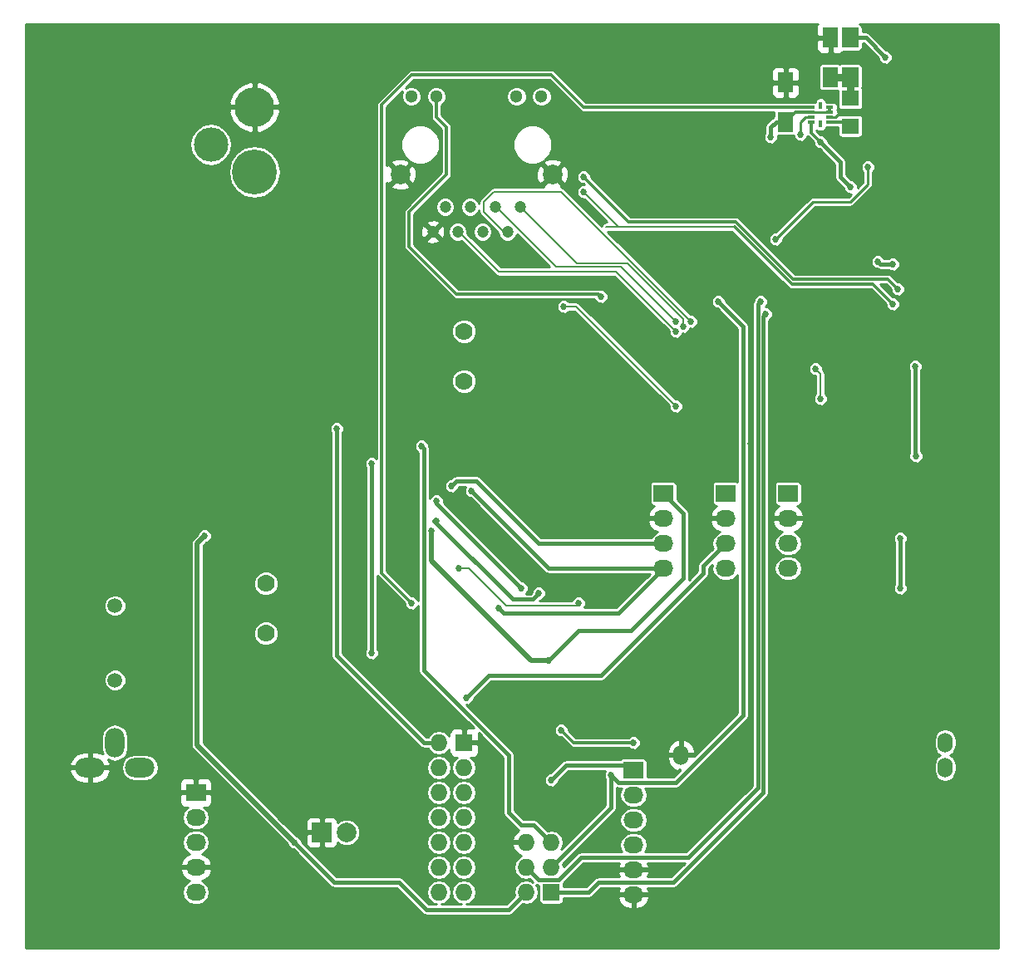
<source format=gbl>
G04 #@! TF.FileFunction,Copper,L2,Bot,Signal*
%FSLAX46Y46*%
G04 Gerber Fmt 4.6, Leading zero omitted, Abs format (unit mm)*
G04 Created by KiCad (PCBNEW 4.0.2-stable) date 5/28/2016 11:57:46 PM*
%MOMM*%
G01*
G04 APERTURE LIST*
%ADD10C,0.127000*%
%ADD11O,1.998980X2.999740*%
%ADD12O,2.999740X1.998980*%
%ADD13R,2.000000X2.000000*%
%ADD14C,2.000000*%
%ADD15O,1.524000X2.032000*%
%ADD16R,2.032000X1.727200*%
%ADD17O,2.032000X1.727200*%
%ADD18R,1.727200X1.727200*%
%ADD19O,1.727200X1.727200*%
%ADD20C,1.500000*%
%ADD21C,1.778000*%
%ADD22C,1.200000*%
%ADD23C,1.300000*%
%ADD24R,1.600000X2.000000*%
%ADD25R,1.800860X1.597660*%
%ADD26R,1.700000X2.000000*%
%ADD27R,0.300000X0.800000*%
%ADD28R,0.800000X0.300000*%
%ADD29O,4.572000X4.572000*%
%ADD30O,4.064000X4.064000*%
%ADD31O,3.500120X3.500120*%
%ADD32C,0.685800*%
%ADD33C,0.250000*%
%ADD34C,0.500000*%
%ADD35C,0.400000*%
%ADD36C,0.300000*%
%ADD37C,0.200000*%
%ADD38C,0.800000*%
%ADD39C,0.254000*%
G04 APERTURE END LIST*
D10*
D11*
X49530000Y-153670000D03*
D12*
X46990000Y-156210000D03*
X52070000Y-156210000D03*
D13*
X70612000Y-162814000D03*
D14*
X73152000Y-162814000D03*
D15*
X134099300Y-153670000D03*
X107200700Y-154940000D03*
X134099300Y-156210000D03*
D16*
X118110000Y-128270000D03*
D17*
X118110000Y-130810000D03*
X118110000Y-133350000D03*
X118110000Y-135890000D03*
D16*
X105410000Y-128270000D03*
D17*
X105410000Y-130810000D03*
X105410000Y-133350000D03*
X105410000Y-135890000D03*
D16*
X111760000Y-128270000D03*
D17*
X111760000Y-130810000D03*
X111760000Y-133350000D03*
X111760000Y-135890000D03*
D18*
X85090000Y-153670000D03*
D19*
X82550000Y-153670000D03*
X85090000Y-156210000D03*
X82550000Y-156210000D03*
X85090000Y-158750000D03*
X82550000Y-158750000D03*
X85090000Y-161290000D03*
X82550000Y-161290000D03*
X85090000Y-163830000D03*
X82550000Y-163830000D03*
X85090000Y-166370000D03*
X82550000Y-166370000D03*
X85090000Y-168910000D03*
X82550000Y-168910000D03*
D20*
X49530000Y-147310000D03*
X49530000Y-139710000D03*
D21*
X64920000Y-137460000D03*
X64920000Y-142540000D03*
D16*
X102362000Y-156464000D03*
D17*
X102362000Y-159004000D03*
X102362000Y-161544000D03*
X102362000Y-164084000D03*
X102362000Y-166624000D03*
X102362000Y-169164000D03*
D16*
X57785000Y-158750000D03*
D17*
X57785000Y-161290000D03*
X57785000Y-163830000D03*
X57785000Y-166370000D03*
X57785000Y-168910000D03*
D14*
X94105000Y-95760000D03*
X78615000Y-95760000D03*
D22*
X86995000Y-101600000D03*
X84455000Y-101600000D03*
X81915000Y-101600000D03*
X89535000Y-101600000D03*
X90805000Y-99060000D03*
X88265000Y-99060000D03*
X85725000Y-99060000D03*
X83185000Y-99060000D03*
D23*
X79735000Y-87810000D03*
X82275000Y-87810000D03*
X92985000Y-87810000D03*
X90445000Y-87810000D03*
D18*
X93980000Y-168910000D03*
D19*
X91440000Y-168910000D03*
X93980000Y-166370000D03*
X91440000Y-166370000D03*
X93980000Y-163830000D03*
X91440000Y-163830000D03*
D21*
X85090000Y-111760000D03*
X85090000Y-116840000D03*
D24*
X117856000Y-90392000D03*
X117856000Y-86392000D03*
X122428000Y-85820000D03*
X122428000Y-81820000D03*
D25*
X124460000Y-87988140D03*
X124460000Y-90827860D03*
D26*
X124460000Y-85820000D03*
X124460000Y-81820000D03*
D27*
X121412000Y-90608000D03*
D28*
X120462000Y-90408000D03*
X122362000Y-90408000D03*
X120462000Y-89908000D03*
X122362000Y-89908000D03*
X120462000Y-89408000D03*
X122362000Y-89408000D03*
X120462000Y-88908000D03*
X122362000Y-88908000D03*
D27*
X121412000Y-88708000D03*
D29*
X63754000Y-95504000D03*
D30*
X63754000Y-88900000D03*
D31*
X59309000Y-92710000D03*
D32*
X101600000Y-103124000D03*
X88646000Y-151130000D03*
X53086000Y-106934000D03*
X102362000Y-147828000D03*
X85852000Y-129032000D03*
X123444000Y-134874000D03*
X110236000Y-112522000D03*
X108966000Y-115316000D03*
X107188000Y-115316000D03*
X124460000Y-107950000D03*
X124460000Y-105410000D03*
X61722000Y-116840000D03*
X53086000Y-123698000D03*
X47244000Y-125222000D03*
X50292000Y-100838000D03*
X51816000Y-105664000D03*
X61976000Y-105664000D03*
X68834000Y-120650000D03*
X65786000Y-124460000D03*
X105156000Y-115316000D03*
X77470000Y-129794000D03*
X77470000Y-128270000D03*
X100076000Y-132080000D03*
X93472000Y-132334000D03*
X96774000Y-130048000D03*
X97028000Y-127762000D03*
X63246000Y-134366000D03*
X63246000Y-145796000D03*
X59944000Y-151130000D03*
X64262000Y-168910000D03*
X75438000Y-156210000D03*
X91186000Y-151130000D03*
X78994000Y-147320000D03*
X100584000Y-111252000D03*
X100584000Y-106680000D03*
X112014000Y-107696000D03*
X112014000Y-106172000D03*
X110998000Y-103124000D03*
X76200000Y-87376000D03*
X79756000Y-112776000D03*
X79756000Y-114808000D03*
X129540000Y-90932000D03*
X127000000Y-92456000D03*
X118364000Y-94996000D03*
X116332000Y-97028000D03*
X119380000Y-97028000D03*
X128016000Y-87376000D03*
X135128000Y-111760000D03*
X134112000Y-111252000D03*
X134112000Y-110236000D03*
X138176000Y-115316000D03*
X136144000Y-102108000D03*
X134112000Y-101092000D03*
X125476000Y-113284000D03*
X129540000Y-122428000D03*
X130048000Y-123444000D03*
X133604000Y-126492000D03*
X133604000Y-131572000D03*
X133604000Y-133096000D03*
X133604000Y-134112000D03*
X133604000Y-135636000D03*
X133604000Y-136652000D03*
X128016000Y-136144000D03*
X128016000Y-135128000D03*
X128016000Y-133604000D03*
X128016000Y-132588000D03*
X128016000Y-125984000D03*
X128016000Y-124968000D03*
X123444000Y-89408000D03*
X97536000Y-117348000D03*
X91440000Y-109220000D03*
X91440000Y-106680000D03*
X104140000Y-123190000D03*
X106680000Y-123190000D03*
X109220000Y-123190000D03*
X111760000Y-123190000D03*
X114300000Y-123190000D03*
X116840000Y-123190000D03*
X119380000Y-123190000D03*
X81788000Y-132080000D03*
X58674000Y-132588000D03*
X127254000Y-104648000D03*
X128778000Y-104902000D03*
X67818000Y-163830000D03*
X93726000Y-145288000D03*
X128016000Y-83820000D03*
X116332000Y-91948000D03*
X72136000Y-121666000D03*
X85344000Y-149098000D03*
X119380000Y-91694000D03*
X131135000Y-124460000D03*
X131064000Y-115316000D03*
X105410000Y-133350000D03*
X83820000Y-127508000D03*
X88646000Y-139954000D03*
X124460000Y-97028000D03*
X85852000Y-128016000D03*
X121412000Y-92456000D03*
X129540000Y-132842000D03*
X129540000Y-137922000D03*
X97282000Y-97536000D03*
X128778000Y-108966000D03*
X75692000Y-125222000D03*
X75692000Y-144526000D03*
X110998000Y-108712000D03*
X100076000Y-156972000D03*
X97282000Y-96012000D03*
X129286000Y-107442000D03*
X90932000Y-137922000D03*
X82296000Y-129032000D03*
X82296000Y-131064000D03*
X92710000Y-138430000D03*
X93980000Y-157480000D03*
X96774000Y-139446000D03*
X84582000Y-135890000D03*
X115316000Y-108712000D03*
X115824000Y-109982000D03*
X102362000Y-153670000D03*
X94996000Y-152400000D03*
X80772000Y-123444000D03*
X121412000Y-118618000D03*
X120904000Y-115570000D03*
X95250000Y-109220000D03*
X106680000Y-119380000D03*
X99060000Y-108204000D03*
X106680000Y-111760000D03*
X108204000Y-110744000D03*
X107442000Y-111252000D03*
X106680000Y-110744000D03*
X79756000Y-139446000D03*
X126238000Y-94996000D03*
X116840000Y-102362000D03*
D33*
X122362000Y-89908000D02*
X122944000Y-89908000D01*
X122944000Y-89908000D02*
X123444000Y-89408000D01*
D34*
X93726000Y-145288000D02*
X91948000Y-145288000D01*
X81788000Y-135128000D02*
X81788000Y-132080000D01*
X91948000Y-145288000D02*
X81788000Y-135128000D01*
X57912000Y-153924000D02*
X67818000Y-163830000D01*
X57912000Y-133350000D02*
X57912000Y-153924000D01*
X58674000Y-132588000D02*
X57912000Y-133350000D01*
D35*
X127508000Y-104902000D02*
X128778000Y-104902000D01*
X127508000Y-104902000D02*
X127254000Y-104648000D01*
X89662000Y-170688000D02*
X91440000Y-168910000D01*
X67818000Y-163830000D02*
X71882000Y-167894000D01*
X71882000Y-167894000D02*
X78486000Y-167894000D01*
X78486000Y-167894000D02*
X81280000Y-170688000D01*
X81280000Y-170688000D02*
X89662000Y-170688000D01*
X93726000Y-145288000D02*
X96774000Y-142240000D01*
X96774000Y-142240000D02*
X102108000Y-142240000D01*
X102108000Y-142240000D02*
X107442000Y-136906000D01*
X107442000Y-136906000D02*
X107442000Y-130302000D01*
X107442000Y-130302000D02*
X105410000Y-128270000D01*
X124460000Y-81820000D02*
X126016000Y-81820000D01*
X126016000Y-81820000D02*
X128016000Y-83820000D01*
X116872000Y-90392000D02*
X117856000Y-90392000D01*
X116332000Y-90932000D02*
X116872000Y-90392000D01*
X116332000Y-91948000D02*
X116332000Y-90932000D01*
D36*
X122362000Y-89408000D02*
X122362000Y-88908000D01*
D33*
X120462000Y-89408000D02*
X122362000Y-89408000D01*
D36*
X120462000Y-89408000D02*
X118840000Y-89408000D01*
X118840000Y-89408000D02*
X117856000Y-90392000D01*
D35*
X82550000Y-153670000D02*
X81026000Y-153670000D01*
X72136000Y-144780000D02*
X72136000Y-121666000D01*
X81026000Y-153670000D02*
X72136000Y-144780000D01*
X109474000Y-135636000D02*
X111760000Y-133350000D01*
X109474000Y-136398000D02*
X109474000Y-135636000D01*
X99060000Y-146812000D02*
X109474000Y-136398000D01*
X87630000Y-146812000D02*
X99060000Y-146812000D01*
X85344000Y-149098000D02*
X87630000Y-146812000D01*
D33*
X119896000Y-89908000D02*
X120462000Y-89908000D01*
X119380000Y-90424000D02*
X119896000Y-89908000D01*
X119380000Y-91694000D02*
X119380000Y-90424000D01*
D35*
X131064000Y-124389000D02*
X131135000Y-124460000D01*
X131064000Y-124389000D02*
X131064000Y-115316000D01*
X92710000Y-133350000D02*
X105410000Y-133350000D01*
X86360000Y-127000000D02*
X92710000Y-133350000D01*
X84328000Y-127000000D02*
X86360000Y-127000000D01*
X83820000Y-127508000D02*
X84328000Y-127000000D01*
X100838000Y-140462000D02*
X105410000Y-135890000D01*
X89154000Y-140462000D02*
X100838000Y-140462000D01*
X88646000Y-139954000D02*
X89154000Y-140462000D01*
X123444000Y-94488000D02*
X121412000Y-92456000D01*
X123444000Y-96012000D02*
X123444000Y-94488000D01*
X124460000Y-97028000D02*
X123444000Y-96012000D01*
X93726000Y-135890000D02*
X105410000Y-135890000D01*
X85852000Y-128016000D02*
X93726000Y-135890000D01*
D36*
X120462000Y-90408000D02*
X120462000Y-91506000D01*
X120462000Y-91506000D02*
X121412000Y-92456000D01*
D35*
X129540000Y-137922000D02*
X129540000Y-132842000D01*
D37*
X101600000Y-101092000D02*
X100838000Y-101092000D01*
X100838000Y-101092000D02*
X97282000Y-97536000D01*
X112647602Y-101092000D02*
X101600000Y-101092000D01*
X101600000Y-101092000D02*
X99568000Y-101092000D01*
D36*
X118489602Y-106934000D02*
X112647602Y-101092000D01*
X126746000Y-106934000D02*
X118489602Y-106934000D01*
X128778000Y-108966000D02*
X126746000Y-106934000D01*
D35*
X75692000Y-144526000D02*
X75692000Y-125222000D01*
X100076000Y-156972000D02*
X100838000Y-157734000D01*
X113538000Y-111252000D02*
X110998000Y-108712000D01*
X113538000Y-150876000D02*
X113538000Y-111252000D01*
X106680000Y-157734000D02*
X113538000Y-150876000D01*
X104902000Y-157734000D02*
X106680000Y-157734000D01*
X100838000Y-157734000D02*
X104902000Y-157734000D01*
X100076000Y-160274000D02*
X93980000Y-166370000D01*
X100076000Y-156972000D02*
X100076000Y-160274000D01*
D36*
X101854000Y-100584000D02*
X97282000Y-96012000D01*
X112776000Y-100584000D02*
X101854000Y-100584000D01*
X118618000Y-106426000D02*
X112776000Y-100584000D01*
X128270000Y-106426000D02*
X118618000Y-106426000D01*
X129286000Y-107442000D02*
X128270000Y-106426000D01*
D35*
X90932000Y-137922000D02*
X82296000Y-129286000D01*
X82296000Y-129286000D02*
X82296000Y-129032000D01*
X90043000Y-139065000D02*
X82042000Y-131064000D01*
X92075000Y-139065000D02*
X90043000Y-139065000D01*
X92710000Y-138430000D02*
X92075000Y-139065000D01*
X102362000Y-156464000D02*
X102108000Y-156464000D01*
X102108000Y-156464000D02*
X101600000Y-155956000D01*
X101600000Y-155956000D02*
X95504000Y-155956000D01*
X95504000Y-155956000D02*
X93980000Y-157480000D01*
D37*
X85598000Y-135890000D02*
X84582000Y-135890000D01*
X89408000Y-139700000D02*
X85598000Y-135890000D01*
X96520000Y-139700000D02*
X89408000Y-139700000D01*
X96774000Y-139446000D02*
X96520000Y-139700000D01*
D35*
X95250000Y-167132000D02*
X94742000Y-167640000D01*
X115316000Y-108712000D02*
X115019998Y-109008002D01*
X115019998Y-109008002D02*
X115019998Y-158284002D01*
X115019998Y-158284002D02*
X107950000Y-165354000D01*
X107950000Y-165354000D02*
X97028000Y-165354000D01*
X97028000Y-165354000D02*
X95250000Y-167132000D01*
X92710000Y-167640000D02*
X91440000Y-166370000D01*
X94742000Y-167640000D02*
X92710000Y-167640000D01*
X93980000Y-168910000D02*
X97790000Y-168910000D01*
X115824000Y-109982000D02*
X115570000Y-110236000D01*
X115570000Y-110236000D02*
X115570000Y-158750000D01*
X115570000Y-158750000D02*
X106426000Y-167894000D01*
X106426000Y-167894000D02*
X98806000Y-167894000D01*
X98806000Y-167894000D02*
X97790000Y-168910000D01*
D36*
X96266000Y-153670000D02*
X102362000Y-153670000D01*
X94996000Y-152400000D02*
X96266000Y-153670000D01*
D35*
X92202000Y-162052000D02*
X93980000Y-163830000D01*
X90932000Y-162052000D02*
X92202000Y-162052000D01*
X89662000Y-160782000D02*
X90932000Y-162052000D01*
X89662000Y-154940000D02*
X89662000Y-160782000D01*
X81026000Y-146304000D02*
X89662000Y-154940000D01*
X81026000Y-123698000D02*
X81026000Y-146304000D01*
X80772000Y-123444000D02*
X81026000Y-123698000D01*
D37*
X121412000Y-116078000D02*
X121412000Y-118618000D01*
X120904000Y-115570000D02*
X121412000Y-116078000D01*
X96520000Y-109220000D02*
X95250000Y-109220000D01*
X106680000Y-119380000D02*
X96520000Y-109220000D01*
D36*
X82275000Y-87810000D02*
X82275000Y-89895000D01*
X98806000Y-107950000D02*
X99060000Y-108204000D01*
X84328000Y-107950000D02*
X98806000Y-107950000D01*
X79502000Y-103124000D02*
X84328000Y-107950000D01*
X79502000Y-99568000D02*
X79502000Y-103124000D01*
X83312000Y-95758000D02*
X79502000Y-99568000D01*
X83312000Y-90932000D02*
X83312000Y-95758000D01*
X82275000Y-89895000D02*
X83312000Y-90932000D01*
D37*
X88646000Y-105664000D02*
X84582000Y-101600000D01*
X100584000Y-105664000D02*
X88646000Y-105664000D01*
X106680000Y-111760000D02*
X100584000Y-105664000D01*
X84582000Y-101600000D02*
X84455000Y-101600000D01*
X87122000Y-99568000D02*
X89154000Y-101600000D01*
X87122000Y-98552000D02*
X87122000Y-99568000D01*
X88138000Y-97536000D02*
X87122000Y-98552000D01*
X94996000Y-97536000D02*
X88138000Y-97536000D01*
X108204000Y-110744000D02*
X94996000Y-97536000D01*
X89154000Y-101600000D02*
X89535000Y-101600000D01*
X96550998Y-104805998D02*
X90805000Y-99060000D01*
X101757998Y-104805998D02*
X96550998Y-104805998D01*
X107442000Y-110490000D02*
X101757998Y-104805998D01*
X107442000Y-111252000D02*
X107442000Y-110490000D01*
X88392000Y-99060000D02*
X88265000Y-99060000D01*
X94488000Y-105156000D02*
X88392000Y-99060000D01*
X101092000Y-105156000D02*
X94488000Y-105156000D01*
X106680000Y-110744000D02*
X101092000Y-105156000D01*
D38*
X124460000Y-85820000D02*
X124460000Y-87988140D01*
X122428000Y-85820000D02*
X124460000Y-85820000D01*
D36*
X122362000Y-90408000D02*
X124040140Y-90408000D01*
X124040140Y-90408000D02*
X124460000Y-90827860D01*
X120462000Y-88908000D02*
X97290000Y-88908000D01*
X76708000Y-136398000D02*
X79756000Y-139446000D01*
X76708000Y-88646000D02*
X76708000Y-136398000D01*
X79756000Y-85598000D02*
X76708000Y-88646000D01*
X93980000Y-85598000D02*
X79756000Y-85598000D01*
X97290000Y-88908000D02*
X93980000Y-85598000D01*
D33*
X126238000Y-96774000D02*
X126238000Y-94996000D01*
X124460000Y-98552000D02*
X126238000Y-96774000D01*
X120650000Y-98552000D02*
X124460000Y-98552000D01*
X116840000Y-102362000D02*
X120650000Y-98552000D01*
D39*
G36*
X121089673Y-80460302D02*
X120993000Y-80693691D01*
X120993000Y-81534250D01*
X121151750Y-81693000D01*
X122301000Y-81693000D01*
X122301000Y-81673000D01*
X122555000Y-81673000D01*
X122555000Y-81693000D01*
X122575000Y-81693000D01*
X122575000Y-81947000D01*
X122555000Y-81947000D01*
X122555000Y-83296250D01*
X122713750Y-83455000D01*
X123354310Y-83455000D01*
X123587699Y-83358327D01*
X123737561Y-83208464D01*
X125310000Y-83208464D01*
X125451190Y-83181897D01*
X125580865Y-83098454D01*
X125667859Y-82971134D01*
X125698464Y-82820000D01*
X125698464Y-82401000D01*
X125775342Y-82401000D01*
X127292015Y-83917673D01*
X127291975Y-83963361D01*
X127401950Y-84229521D01*
X127605408Y-84433335D01*
X127871376Y-84543774D01*
X128159361Y-84544025D01*
X128425521Y-84434050D01*
X128629335Y-84230592D01*
X128739774Y-83964624D01*
X128740025Y-83676639D01*
X128630050Y-83410479D01*
X128426592Y-83206665D01*
X128160624Y-83096226D01*
X128113843Y-83096185D01*
X126426829Y-81409171D01*
X126238339Y-81283226D01*
X126016000Y-81239000D01*
X125698464Y-81239000D01*
X125698464Y-80820000D01*
X125671897Y-80678810D01*
X125588454Y-80549135D01*
X125461134Y-80462141D01*
X125374019Y-80444500D01*
X139555500Y-80444500D01*
X139555500Y-174555500D01*
X40444500Y-174555500D01*
X40444500Y-166729026D01*
X56177642Y-166729026D01*
X56180291Y-166744791D01*
X56434268Y-167272036D01*
X56870680Y-167661954D01*
X57143243Y-167757296D01*
X57128943Y-167760140D01*
X56725166Y-168029935D01*
X56455371Y-168433712D01*
X56360631Y-168910000D01*
X56455371Y-169386288D01*
X56725166Y-169790065D01*
X57128943Y-170059860D01*
X57605231Y-170154600D01*
X57964769Y-170154600D01*
X58441057Y-170059860D01*
X58844834Y-169790065D01*
X59114629Y-169386288D01*
X59209369Y-168910000D01*
X59114629Y-168433712D01*
X58844834Y-168029935D01*
X58441057Y-167760140D01*
X58426757Y-167757296D01*
X58699320Y-167661954D01*
X59135732Y-167272036D01*
X59389709Y-166744791D01*
X59392358Y-166729026D01*
X59271217Y-166497000D01*
X57912000Y-166497000D01*
X57912000Y-166517000D01*
X57658000Y-166517000D01*
X57658000Y-166497000D01*
X56298783Y-166497000D01*
X56177642Y-166729026D01*
X40444500Y-166729026D01*
X40444500Y-166010974D01*
X56177642Y-166010974D01*
X56298783Y-166243000D01*
X57658000Y-166243000D01*
X57658000Y-166223000D01*
X57912000Y-166223000D01*
X57912000Y-166243000D01*
X59271217Y-166243000D01*
X59392358Y-166010974D01*
X59389709Y-165995209D01*
X59135732Y-165467964D01*
X58699320Y-165078046D01*
X58426757Y-164982704D01*
X58441057Y-164979860D01*
X58844834Y-164710065D01*
X59114629Y-164306288D01*
X59209369Y-163830000D01*
X59114629Y-163353712D01*
X58844834Y-162949935D01*
X58441057Y-162680140D01*
X57964769Y-162585400D01*
X57605231Y-162585400D01*
X57128943Y-162680140D01*
X56725166Y-162949935D01*
X56455371Y-163353712D01*
X56360631Y-163830000D01*
X56455371Y-164306288D01*
X56725166Y-164710065D01*
X57128943Y-164979860D01*
X57143243Y-164982704D01*
X56870680Y-165078046D01*
X56434268Y-165467964D01*
X56180291Y-165995209D01*
X56177642Y-166010974D01*
X40444500Y-166010974D01*
X40444500Y-159035750D01*
X56134000Y-159035750D01*
X56134000Y-159739910D01*
X56230673Y-159973299D01*
X56409302Y-160151927D01*
X56642691Y-160248600D01*
X56966621Y-160248600D01*
X56725166Y-160409935D01*
X56455371Y-160813712D01*
X56360631Y-161290000D01*
X56455371Y-161766288D01*
X56725166Y-162170065D01*
X57128943Y-162439860D01*
X57605231Y-162534600D01*
X57964769Y-162534600D01*
X58441057Y-162439860D01*
X58844834Y-162170065D01*
X59114629Y-161766288D01*
X59209369Y-161290000D01*
X59114629Y-160813712D01*
X58844834Y-160409935D01*
X58603379Y-160248600D01*
X58927309Y-160248600D01*
X59160698Y-160151927D01*
X59339327Y-159973299D01*
X59436000Y-159739910D01*
X59436000Y-159035750D01*
X59277250Y-158877000D01*
X57912000Y-158877000D01*
X57912000Y-158897000D01*
X57658000Y-158897000D01*
X57658000Y-158877000D01*
X56292750Y-158877000D01*
X56134000Y-159035750D01*
X40444500Y-159035750D01*
X40444500Y-156590354D01*
X44900001Y-156590354D01*
X44930947Y-156718159D01*
X45244058Y-157275956D01*
X45746795Y-157671471D01*
X46362620Y-157844490D01*
X46863000Y-157844490D01*
X46863000Y-156337000D01*
X47117000Y-156337000D01*
X47117000Y-157844490D01*
X47617380Y-157844490D01*
X47917784Y-157760090D01*
X56134000Y-157760090D01*
X56134000Y-158464250D01*
X56292750Y-158623000D01*
X57658000Y-158623000D01*
X57658000Y-157410150D01*
X57912000Y-157410150D01*
X57912000Y-158623000D01*
X59277250Y-158623000D01*
X59436000Y-158464250D01*
X59436000Y-157760090D01*
X59339327Y-157526701D01*
X59160698Y-157348073D01*
X58927309Y-157251400D01*
X58070750Y-157251400D01*
X57912000Y-157410150D01*
X57658000Y-157410150D01*
X57499250Y-157251400D01*
X56642691Y-157251400D01*
X56409302Y-157348073D01*
X56230673Y-157526701D01*
X56134000Y-157760090D01*
X47917784Y-157760090D01*
X48233205Y-157671471D01*
X48735942Y-157275956D01*
X49049053Y-156718159D01*
X49079999Y-156590354D01*
X48960645Y-156337000D01*
X47117000Y-156337000D01*
X46863000Y-156337000D01*
X45019355Y-156337000D01*
X44900001Y-156590354D01*
X40444500Y-156590354D01*
X40444500Y-156210000D01*
X50152282Y-156210000D01*
X50257366Y-156738291D01*
X50556618Y-157186154D01*
X51004481Y-157485406D01*
X51532772Y-157590490D01*
X52607228Y-157590490D01*
X53135519Y-157485406D01*
X53583382Y-157186154D01*
X53882634Y-156738291D01*
X53987718Y-156210000D01*
X53882634Y-155681709D01*
X53583382Y-155233846D01*
X53135519Y-154934594D01*
X52607228Y-154829510D01*
X51532772Y-154829510D01*
X51004481Y-154934594D01*
X50556618Y-155233846D01*
X50257366Y-155681709D01*
X50152282Y-156210000D01*
X40444500Y-156210000D01*
X40444500Y-155829646D01*
X44900001Y-155829646D01*
X45019355Y-156083000D01*
X46863000Y-156083000D01*
X46863000Y-154575510D01*
X47117000Y-154575510D01*
X47117000Y-156083000D01*
X48960645Y-156083000D01*
X49079999Y-155829646D01*
X49049053Y-155701841D01*
X48880568Y-155401690D01*
X49001709Y-155482634D01*
X49530000Y-155587718D01*
X50058291Y-155482634D01*
X50506154Y-155183382D01*
X50805406Y-154735519D01*
X50910490Y-154207228D01*
X50910490Y-153132772D01*
X50805406Y-152604481D01*
X50506154Y-152156618D01*
X50058291Y-151857366D01*
X49530000Y-151752282D01*
X49001709Y-151857366D01*
X48553846Y-152156618D01*
X48254594Y-152604481D01*
X48149510Y-153132772D01*
X48149510Y-154207228D01*
X48254594Y-154735519D01*
X48296625Y-154798423D01*
X48233205Y-154748529D01*
X47617380Y-154575510D01*
X47117000Y-154575510D01*
X46863000Y-154575510D01*
X46362620Y-154575510D01*
X45746795Y-154748529D01*
X45244058Y-155144044D01*
X44930947Y-155701841D01*
X44900001Y-155829646D01*
X40444500Y-155829646D01*
X40444500Y-147533983D01*
X48398804Y-147533983D01*
X48570625Y-147949823D01*
X48888503Y-148268256D01*
X49304043Y-148440804D01*
X49753983Y-148441196D01*
X50169823Y-148269375D01*
X50488256Y-147951497D01*
X50660804Y-147535957D01*
X50661196Y-147086017D01*
X50489375Y-146670177D01*
X50171497Y-146351744D01*
X49755957Y-146179196D01*
X49306017Y-146178804D01*
X48890177Y-146350625D01*
X48571744Y-146668503D01*
X48399196Y-147084043D01*
X48398804Y-147533983D01*
X40444500Y-147533983D01*
X40444500Y-139933983D01*
X48398804Y-139933983D01*
X48570625Y-140349823D01*
X48888503Y-140668256D01*
X49304043Y-140840804D01*
X49753983Y-140841196D01*
X50169823Y-140669375D01*
X50488256Y-140351497D01*
X50660804Y-139935957D01*
X50661196Y-139486017D01*
X50489375Y-139070177D01*
X50171497Y-138751744D01*
X49755957Y-138579196D01*
X49306017Y-138578804D01*
X48890177Y-138750625D01*
X48571744Y-139068503D01*
X48399196Y-139484043D01*
X48398804Y-139933983D01*
X40444500Y-139933983D01*
X40444500Y-133350000D01*
X57281000Y-133350000D01*
X57281000Y-153924000D01*
X57325216Y-154146288D01*
X57329032Y-154165473D01*
X57465816Y-154370184D01*
X67111566Y-164015935D01*
X67203950Y-164239521D01*
X67407408Y-164443335D01*
X67673376Y-164553774D01*
X67720157Y-164553815D01*
X71471171Y-168304829D01*
X71659661Y-168430774D01*
X71882000Y-168475000D01*
X78245342Y-168475000D01*
X80869171Y-171098829D01*
X81057661Y-171224774D01*
X81280000Y-171269000D01*
X89662000Y-171269000D01*
X89884339Y-171224774D01*
X90072829Y-171098829D01*
X91083183Y-170088475D01*
X91415617Y-170154600D01*
X91464383Y-170154600D01*
X91940671Y-170059860D01*
X92344448Y-169790065D01*
X92614243Y-169386288D01*
X92708983Y-168910000D01*
X92614243Y-168433712D01*
X92406188Y-168122335D01*
X92487661Y-168176774D01*
X92710000Y-168221000D01*
X92727936Y-168221000D01*
X92727936Y-169773600D01*
X92754503Y-169914790D01*
X92837946Y-170044465D01*
X92965266Y-170131459D01*
X93116400Y-170162064D01*
X94843600Y-170162064D01*
X94984790Y-170135497D01*
X95114465Y-170052054D01*
X95201459Y-169924734D01*
X95232064Y-169773600D01*
X95232064Y-169523026D01*
X100754642Y-169523026D01*
X100757291Y-169538791D01*
X101011268Y-170066036D01*
X101447680Y-170455954D01*
X102000087Y-170649184D01*
X102235000Y-170504924D01*
X102235000Y-169291000D01*
X102489000Y-169291000D01*
X102489000Y-170504924D01*
X102723913Y-170649184D01*
X103276320Y-170455954D01*
X103712732Y-170066036D01*
X103966709Y-169538791D01*
X103969358Y-169523026D01*
X103848217Y-169291000D01*
X102489000Y-169291000D01*
X102235000Y-169291000D01*
X100875783Y-169291000D01*
X100754642Y-169523026D01*
X95232064Y-169523026D01*
X95232064Y-169491000D01*
X97790000Y-169491000D01*
X98012339Y-169446774D01*
X98200829Y-169320829D01*
X99046658Y-168475000D01*
X100908647Y-168475000D01*
X100757291Y-168789209D01*
X100754642Y-168804974D01*
X100875783Y-169037000D01*
X102235000Y-169037000D01*
X102235000Y-169017000D01*
X102489000Y-169017000D01*
X102489000Y-169037000D01*
X103848217Y-169037000D01*
X103969358Y-168804974D01*
X103966709Y-168789209D01*
X103815353Y-168475000D01*
X106426000Y-168475000D01*
X106648339Y-168430774D01*
X106836829Y-168304829D01*
X115980829Y-159160829D01*
X116106774Y-158972339D01*
X116151000Y-158750000D01*
X116151000Y-153388631D01*
X132956300Y-153388631D01*
X132956300Y-153951369D01*
X133043306Y-154388776D01*
X133291077Y-154759592D01*
X133561077Y-154940000D01*
X133291077Y-155120408D01*
X133043306Y-155491224D01*
X132956300Y-155928631D01*
X132956300Y-156491369D01*
X133043306Y-156928776D01*
X133291077Y-157299592D01*
X133661893Y-157547363D01*
X134099300Y-157634369D01*
X134536707Y-157547363D01*
X134907523Y-157299592D01*
X135155294Y-156928776D01*
X135242300Y-156491369D01*
X135242300Y-155928631D01*
X135155294Y-155491224D01*
X134907523Y-155120408D01*
X134637523Y-154940000D01*
X134907523Y-154759592D01*
X135155294Y-154388776D01*
X135242300Y-153951369D01*
X135242300Y-153388631D01*
X135155294Y-152951224D01*
X134907523Y-152580408D01*
X134536707Y-152332637D01*
X134099300Y-152245631D01*
X133661893Y-152332637D01*
X133291077Y-152580408D01*
X133043306Y-152951224D01*
X132956300Y-153388631D01*
X116151000Y-153388631D01*
X116151000Y-135890000D01*
X116685631Y-135890000D01*
X116780371Y-136366288D01*
X117050166Y-136770065D01*
X117453943Y-137039860D01*
X117930231Y-137134600D01*
X118289769Y-137134600D01*
X118766057Y-137039860D01*
X119169834Y-136770065D01*
X119439629Y-136366288D01*
X119534369Y-135890000D01*
X119439629Y-135413712D01*
X119169834Y-135009935D01*
X118766057Y-134740140D01*
X118289769Y-134645400D01*
X117930231Y-134645400D01*
X117453943Y-134740140D01*
X117050166Y-135009935D01*
X116780371Y-135413712D01*
X116685631Y-135890000D01*
X116151000Y-135890000D01*
X116151000Y-131169026D01*
X116502642Y-131169026D01*
X116505291Y-131184791D01*
X116759268Y-131712036D01*
X117195680Y-132101954D01*
X117468243Y-132197296D01*
X117453943Y-132200140D01*
X117050166Y-132469935D01*
X116780371Y-132873712D01*
X116685631Y-133350000D01*
X116780371Y-133826288D01*
X117050166Y-134230065D01*
X117453943Y-134499860D01*
X117930231Y-134594600D01*
X118289769Y-134594600D01*
X118766057Y-134499860D01*
X119169834Y-134230065D01*
X119439629Y-133826288D01*
X119534369Y-133350000D01*
X119461838Y-132985361D01*
X128815975Y-132985361D01*
X128925950Y-133251521D01*
X128959000Y-133284629D01*
X128959000Y-137479129D01*
X128926665Y-137511408D01*
X128816226Y-137777376D01*
X128815975Y-138065361D01*
X128925950Y-138331521D01*
X129129408Y-138535335D01*
X129395376Y-138645774D01*
X129683361Y-138646025D01*
X129949521Y-138536050D01*
X130153335Y-138332592D01*
X130263774Y-138066624D01*
X130264025Y-137778639D01*
X130154050Y-137512479D01*
X130121000Y-137479371D01*
X130121000Y-133284871D01*
X130153335Y-133252592D01*
X130263774Y-132986624D01*
X130264025Y-132698639D01*
X130154050Y-132432479D01*
X129950592Y-132228665D01*
X129684624Y-132118226D01*
X129396639Y-132117975D01*
X129130479Y-132227950D01*
X128926665Y-132431408D01*
X128816226Y-132697376D01*
X128815975Y-132985361D01*
X119461838Y-132985361D01*
X119439629Y-132873712D01*
X119169834Y-132469935D01*
X118766057Y-132200140D01*
X118751757Y-132197296D01*
X119024320Y-132101954D01*
X119460732Y-131712036D01*
X119714709Y-131184791D01*
X119717358Y-131169026D01*
X119596217Y-130937000D01*
X118237000Y-130937000D01*
X118237000Y-130957000D01*
X117983000Y-130957000D01*
X117983000Y-130937000D01*
X116623783Y-130937000D01*
X116502642Y-131169026D01*
X116151000Y-131169026D01*
X116151000Y-130450974D01*
X116502642Y-130450974D01*
X116623783Y-130683000D01*
X117983000Y-130683000D01*
X117983000Y-130663000D01*
X118237000Y-130663000D01*
X118237000Y-130683000D01*
X119596217Y-130683000D01*
X119717358Y-130450974D01*
X119714709Y-130435209D01*
X119460732Y-129907964D01*
X119028817Y-129522064D01*
X119126000Y-129522064D01*
X119267190Y-129495497D01*
X119396865Y-129412054D01*
X119483859Y-129284734D01*
X119514464Y-129133600D01*
X119514464Y-127406400D01*
X119487897Y-127265210D01*
X119404454Y-127135535D01*
X119277134Y-127048541D01*
X119126000Y-127017936D01*
X117094000Y-127017936D01*
X116952810Y-127044503D01*
X116823135Y-127127946D01*
X116736141Y-127255266D01*
X116705536Y-127406400D01*
X116705536Y-129133600D01*
X116732103Y-129274790D01*
X116815546Y-129404465D01*
X116942866Y-129491459D01*
X117094000Y-129522064D01*
X117191183Y-129522064D01*
X116759268Y-129907964D01*
X116505291Y-130435209D01*
X116502642Y-130450974D01*
X116151000Y-130450974D01*
X116151000Y-115713361D01*
X120179975Y-115713361D01*
X120289950Y-115979521D01*
X120493408Y-116183335D01*
X120759376Y-116293774D01*
X120931000Y-116293924D01*
X120931000Y-118075304D01*
X120798665Y-118207408D01*
X120688226Y-118473376D01*
X120687975Y-118761361D01*
X120797950Y-119027521D01*
X121001408Y-119231335D01*
X121267376Y-119341774D01*
X121555361Y-119342025D01*
X121821521Y-119232050D01*
X122025335Y-119028592D01*
X122135774Y-118762624D01*
X122136025Y-118474639D01*
X122026050Y-118208479D01*
X121893000Y-118075196D01*
X121893000Y-116078000D01*
X121856386Y-115893929D01*
X121752118Y-115737881D01*
X121627862Y-115613625D01*
X121627996Y-115459361D01*
X130339975Y-115459361D01*
X130449950Y-115725521D01*
X130483000Y-115758629D01*
X130483000Y-124142524D01*
X130411226Y-124315376D01*
X130410975Y-124603361D01*
X130520950Y-124869521D01*
X130724408Y-125073335D01*
X130990376Y-125183774D01*
X131278361Y-125184025D01*
X131544521Y-125074050D01*
X131748335Y-124870592D01*
X131858774Y-124604624D01*
X131859025Y-124316639D01*
X131749050Y-124050479D01*
X131645000Y-123946247D01*
X131645000Y-115758871D01*
X131677335Y-115726592D01*
X131787774Y-115460624D01*
X131788025Y-115172639D01*
X131678050Y-114906479D01*
X131474592Y-114702665D01*
X131208624Y-114592226D01*
X130920639Y-114591975D01*
X130654479Y-114701950D01*
X130450665Y-114905408D01*
X130340226Y-115171376D01*
X130339975Y-115459361D01*
X121627996Y-115459361D01*
X121628025Y-115426639D01*
X121518050Y-115160479D01*
X121314592Y-114956665D01*
X121048624Y-114846226D01*
X120760639Y-114845975D01*
X120494479Y-114955950D01*
X120290665Y-115159408D01*
X120180226Y-115425376D01*
X120179975Y-115713361D01*
X116151000Y-115713361D01*
X116151000Y-110630147D01*
X116233521Y-110596050D01*
X116437335Y-110392592D01*
X116547774Y-110126624D01*
X116548025Y-109838639D01*
X116438050Y-109572479D01*
X116234592Y-109368665D01*
X115968624Y-109258226D01*
X115793616Y-109258073D01*
X115929335Y-109122592D01*
X116039774Y-108856624D01*
X116040025Y-108568639D01*
X115930050Y-108302479D01*
X115726592Y-108098665D01*
X115460624Y-107988226D01*
X115172639Y-107987975D01*
X114906479Y-108097950D01*
X114702665Y-108301408D01*
X114592226Y-108567376D01*
X114592178Y-108622602D01*
X114483224Y-108785663D01*
X114438998Y-109008002D01*
X114438998Y-158043344D01*
X107709342Y-164773000D01*
X103549499Y-164773000D01*
X103691629Y-164560288D01*
X103786369Y-164084000D01*
X103691629Y-163607712D01*
X103421834Y-163203935D01*
X103018057Y-162934140D01*
X102541769Y-162839400D01*
X102182231Y-162839400D01*
X101705943Y-162934140D01*
X101302166Y-163203935D01*
X101032371Y-163607712D01*
X100937631Y-164084000D01*
X101032371Y-164560288D01*
X101174501Y-164773000D01*
X97028000Y-164773000D01*
X96805661Y-164817226D01*
X96617171Y-164943171D01*
X95239254Y-166321088D01*
X95174767Y-165996891D01*
X99627658Y-161544000D01*
X100937631Y-161544000D01*
X101032371Y-162020288D01*
X101302166Y-162424065D01*
X101705943Y-162693860D01*
X102182231Y-162788600D01*
X102541769Y-162788600D01*
X103018057Y-162693860D01*
X103421834Y-162424065D01*
X103691629Y-162020288D01*
X103786369Y-161544000D01*
X103691629Y-161067712D01*
X103421834Y-160663935D01*
X103018057Y-160394140D01*
X102541769Y-160299400D01*
X102182231Y-160299400D01*
X101705943Y-160394140D01*
X101302166Y-160663935D01*
X101032371Y-161067712D01*
X100937631Y-161544000D01*
X99627658Y-161544000D01*
X100486829Y-160684829D01*
X100612774Y-160496339D01*
X100657000Y-160274000D01*
X100657000Y-158278997D01*
X100838000Y-158315000D01*
X101174501Y-158315000D01*
X101032371Y-158527712D01*
X100937631Y-159004000D01*
X101032371Y-159480288D01*
X101302166Y-159884065D01*
X101705943Y-160153860D01*
X102182231Y-160248600D01*
X102541769Y-160248600D01*
X103018057Y-160153860D01*
X103421834Y-159884065D01*
X103691629Y-159480288D01*
X103786369Y-159004000D01*
X103691629Y-158527712D01*
X103549499Y-158315000D01*
X106680000Y-158315000D01*
X106902339Y-158270774D01*
X107090829Y-158144829D01*
X113948829Y-151286829D01*
X114074774Y-151098339D01*
X114119000Y-150876000D01*
X114119000Y-111252000D01*
X114074774Y-111029661D01*
X113948829Y-110841171D01*
X111721985Y-108614327D01*
X111722025Y-108568639D01*
X111612050Y-108302479D01*
X111408592Y-108098665D01*
X111142624Y-107988226D01*
X110854639Y-107987975D01*
X110588479Y-108097950D01*
X110384665Y-108301408D01*
X110274226Y-108567376D01*
X110273975Y-108855361D01*
X110383950Y-109121521D01*
X110587408Y-109325335D01*
X110853376Y-109435774D01*
X110900157Y-109435815D01*
X112957000Y-111492658D01*
X112957000Y-127068948D01*
X112927134Y-127048541D01*
X112776000Y-127017936D01*
X110744000Y-127017936D01*
X110602810Y-127044503D01*
X110473135Y-127127946D01*
X110386141Y-127255266D01*
X110355536Y-127406400D01*
X110355536Y-129133600D01*
X110382103Y-129274790D01*
X110465546Y-129404465D01*
X110592866Y-129491459D01*
X110744000Y-129522064D01*
X110841183Y-129522064D01*
X110409268Y-129907964D01*
X110155291Y-130435209D01*
X110152642Y-130450974D01*
X110273783Y-130683000D01*
X111633000Y-130683000D01*
X111633000Y-130663000D01*
X111887000Y-130663000D01*
X111887000Y-130683000D01*
X111907000Y-130683000D01*
X111907000Y-130937000D01*
X111887000Y-130937000D01*
X111887000Y-130957000D01*
X111633000Y-130957000D01*
X111633000Y-130937000D01*
X110273783Y-130937000D01*
X110152642Y-131169026D01*
X110155291Y-131184791D01*
X110409268Y-131712036D01*
X110845680Y-132101954D01*
X111118243Y-132197296D01*
X111103943Y-132200140D01*
X110700166Y-132469935D01*
X110430371Y-132873712D01*
X110335631Y-133350000D01*
X110430371Y-133826288D01*
X110443061Y-133845281D01*
X109063171Y-135225171D01*
X108937226Y-135413661D01*
X108893000Y-135636000D01*
X108893000Y-136157342D01*
X107992870Y-137057472D01*
X108023000Y-136906000D01*
X108023000Y-130302000D01*
X107978774Y-130079661D01*
X107852829Y-129891171D01*
X106814464Y-128852806D01*
X106814464Y-127406400D01*
X106787897Y-127265210D01*
X106704454Y-127135535D01*
X106577134Y-127048541D01*
X106426000Y-127017936D01*
X104394000Y-127017936D01*
X104252810Y-127044503D01*
X104123135Y-127127946D01*
X104036141Y-127255266D01*
X104005536Y-127406400D01*
X104005536Y-129133600D01*
X104032103Y-129274790D01*
X104115546Y-129404465D01*
X104242866Y-129491459D01*
X104394000Y-129522064D01*
X104491183Y-129522064D01*
X104059268Y-129907964D01*
X103805291Y-130435209D01*
X103802642Y-130450974D01*
X103923783Y-130683000D01*
X105283000Y-130683000D01*
X105283000Y-130663000D01*
X105537000Y-130663000D01*
X105537000Y-130683000D01*
X105557000Y-130683000D01*
X105557000Y-130937000D01*
X105537000Y-130937000D01*
X105537000Y-130957000D01*
X105283000Y-130957000D01*
X105283000Y-130937000D01*
X103923783Y-130937000D01*
X103802642Y-131169026D01*
X103805291Y-131184791D01*
X104059268Y-131712036D01*
X104495680Y-132101954D01*
X104768243Y-132197296D01*
X104753943Y-132200140D01*
X104350166Y-132469935D01*
X104150337Y-132769000D01*
X92950658Y-132769000D01*
X86770829Y-126589171D01*
X86582339Y-126463226D01*
X86360000Y-126419000D01*
X84328000Y-126419000D01*
X84105661Y-126463226D01*
X83917171Y-126589171D01*
X83722327Y-126784015D01*
X83676639Y-126783975D01*
X83410479Y-126893950D01*
X83206665Y-127097408D01*
X83096226Y-127363376D01*
X83095975Y-127651361D01*
X83205950Y-127917521D01*
X83409408Y-128121335D01*
X83675376Y-128231774D01*
X83963361Y-128232025D01*
X84229521Y-128122050D01*
X84433335Y-127918592D01*
X84543774Y-127652624D01*
X84543815Y-127605843D01*
X84568658Y-127581000D01*
X85263116Y-127581000D01*
X85238665Y-127605408D01*
X85128226Y-127871376D01*
X85127975Y-128159361D01*
X85237950Y-128425521D01*
X85441408Y-128629335D01*
X85707376Y-128739774D01*
X85754157Y-128739815D01*
X93315171Y-136300829D01*
X93503661Y-136426774D01*
X93726000Y-136471000D01*
X104007342Y-136471000D01*
X100597342Y-139881000D01*
X97362884Y-139881000D01*
X97387335Y-139856592D01*
X97497774Y-139590624D01*
X97498025Y-139302639D01*
X97388050Y-139036479D01*
X97184592Y-138832665D01*
X96918624Y-138722226D01*
X96630639Y-138721975D01*
X96364479Y-138831950D01*
X96160665Y-139035408D01*
X96084431Y-139219000D01*
X92742658Y-139219000D01*
X92807673Y-139153985D01*
X92853361Y-139154025D01*
X93119521Y-139044050D01*
X93323335Y-138840592D01*
X93433774Y-138574624D01*
X93434025Y-138286639D01*
X93324050Y-138020479D01*
X93120592Y-137816665D01*
X92854624Y-137706226D01*
X92566639Y-137705975D01*
X92300479Y-137815950D01*
X92096665Y-138019408D01*
X91986226Y-138285376D01*
X91986185Y-138332157D01*
X91834342Y-138484000D01*
X91393662Y-138484000D01*
X91545335Y-138332592D01*
X91655774Y-138066624D01*
X91656025Y-137778639D01*
X91546050Y-137512479D01*
X91342592Y-137308665D01*
X91076624Y-137198226D01*
X91029843Y-137198185D01*
X83016402Y-129184744D01*
X83019774Y-129176624D01*
X83020025Y-128888639D01*
X82910050Y-128622479D01*
X82706592Y-128418665D01*
X82440624Y-128308226D01*
X82152639Y-128307975D01*
X81886479Y-128417950D01*
X81682665Y-128621408D01*
X81607000Y-128803630D01*
X81607000Y-123698000D01*
X81562774Y-123475661D01*
X81495960Y-123375666D01*
X81496025Y-123300639D01*
X81386050Y-123034479D01*
X81182592Y-122830665D01*
X80916624Y-122720226D01*
X80628639Y-122719975D01*
X80362479Y-122829950D01*
X80158665Y-123033408D01*
X80048226Y-123299376D01*
X80047975Y-123587361D01*
X80157950Y-123853521D01*
X80361408Y-124057335D01*
X80445000Y-124092045D01*
X80445000Y-139217872D01*
X80370050Y-139036479D01*
X80166592Y-138832665D01*
X79900624Y-138722226D01*
X79783072Y-138722124D01*
X77239000Y-136178052D01*
X77239000Y-117091510D01*
X83819780Y-117091510D01*
X84012718Y-117558458D01*
X84369663Y-117916026D01*
X84836273Y-118109779D01*
X85341510Y-118110220D01*
X85808458Y-117917282D01*
X86166026Y-117560337D01*
X86359779Y-117093727D01*
X86360220Y-116588490D01*
X86167282Y-116121542D01*
X85810337Y-115763974D01*
X85343727Y-115570221D01*
X84838490Y-115569780D01*
X84371542Y-115762718D01*
X84013974Y-116119663D01*
X83820221Y-116586273D01*
X83819780Y-117091510D01*
X77239000Y-117091510D01*
X77239000Y-112011510D01*
X83819780Y-112011510D01*
X84012718Y-112478458D01*
X84369663Y-112836026D01*
X84836273Y-113029779D01*
X85341510Y-113030220D01*
X85808458Y-112837282D01*
X86166026Y-112480337D01*
X86359779Y-112013727D01*
X86360220Y-111508490D01*
X86167282Y-111041542D01*
X85810337Y-110683974D01*
X85343727Y-110490221D01*
X84838490Y-110489780D01*
X84371542Y-110682718D01*
X84013974Y-111039663D01*
X83820221Y-111506273D01*
X83819780Y-112011510D01*
X77239000Y-112011510D01*
X77239000Y-109363361D01*
X94525975Y-109363361D01*
X94635950Y-109629521D01*
X94839408Y-109833335D01*
X95105376Y-109943774D01*
X95393361Y-109944025D01*
X95659521Y-109834050D01*
X95792804Y-109701000D01*
X96320764Y-109701000D01*
X105956138Y-119336375D01*
X105955975Y-119523361D01*
X106065950Y-119789521D01*
X106269408Y-119993335D01*
X106535376Y-120103774D01*
X106823361Y-120104025D01*
X107089521Y-119994050D01*
X107293335Y-119790592D01*
X107403774Y-119524624D01*
X107404025Y-119236639D01*
X107294050Y-118970479D01*
X107090592Y-118766665D01*
X106824624Y-118656226D01*
X106636299Y-118656062D01*
X96860118Y-108879882D01*
X96704071Y-108775614D01*
X96520000Y-108739000D01*
X95792696Y-108739000D01*
X95660592Y-108606665D01*
X95394624Y-108496226D01*
X95106639Y-108495975D01*
X94840479Y-108605950D01*
X94636665Y-108809408D01*
X94526226Y-109075376D01*
X94525975Y-109363361D01*
X77239000Y-109363361D01*
X77239000Y-99568000D01*
X78971000Y-99568000D01*
X78971000Y-103124000D01*
X79011420Y-103327205D01*
X79126526Y-103499474D01*
X83952524Y-108325471D01*
X83952526Y-108325474D01*
X84074846Y-108407205D01*
X84124795Y-108440580D01*
X84328000Y-108481001D01*
X84328005Y-108481000D01*
X98391193Y-108481000D01*
X98445950Y-108613521D01*
X98649408Y-108817335D01*
X98915376Y-108927774D01*
X99203361Y-108928025D01*
X99469521Y-108818050D01*
X99673335Y-108614592D01*
X99783774Y-108348624D01*
X99784025Y-108060639D01*
X99674050Y-107794479D01*
X99470592Y-107590665D01*
X99204624Y-107480226D01*
X99040129Y-107480083D01*
X99009205Y-107459420D01*
X98806000Y-107419000D01*
X84547947Y-107419000D01*
X80033000Y-102904052D01*
X80033000Y-102462735D01*
X81231870Y-102462735D01*
X81281383Y-102688164D01*
X81746036Y-102847807D01*
X82236413Y-102817482D01*
X82548617Y-102688164D01*
X82598130Y-102462735D01*
X81915000Y-101779605D01*
X81231870Y-102462735D01*
X80033000Y-102462735D01*
X80033000Y-101431036D01*
X80667193Y-101431036D01*
X80697518Y-101921413D01*
X80826836Y-102233617D01*
X81052265Y-102283130D01*
X81735395Y-101600000D01*
X82094605Y-101600000D01*
X82777735Y-102283130D01*
X83003164Y-102233617D01*
X83154110Y-101794277D01*
X83473830Y-101794277D01*
X83622864Y-102154966D01*
X83898583Y-102431166D01*
X84259011Y-102580829D01*
X84649277Y-102581170D01*
X84814617Y-102512853D01*
X88305882Y-106004118D01*
X88461929Y-106108386D01*
X88646000Y-106145000D01*
X100384764Y-106145000D01*
X105956138Y-111716374D01*
X105955975Y-111903361D01*
X106065950Y-112169521D01*
X106269408Y-112373335D01*
X106535376Y-112483774D01*
X106823361Y-112484025D01*
X107089521Y-112374050D01*
X107293335Y-112170592D01*
X107374202Y-111975841D01*
X107585361Y-111976025D01*
X107851521Y-111866050D01*
X108055335Y-111662592D01*
X108136202Y-111467841D01*
X108347361Y-111468025D01*
X108613521Y-111358050D01*
X108817335Y-111154592D01*
X108927774Y-110888624D01*
X108928025Y-110600639D01*
X108818050Y-110334479D01*
X108614592Y-110130665D01*
X108348624Y-110020226D01*
X108160299Y-110020062D01*
X99713236Y-101573000D01*
X112377654Y-101573000D01*
X118114126Y-107309471D01*
X118114128Y-107309474D01*
X118278046Y-107419000D01*
X118286397Y-107424580D01*
X118489602Y-107465001D01*
X118489607Y-107465000D01*
X126526052Y-107465000D01*
X128054076Y-108993024D01*
X128053975Y-109109361D01*
X128163950Y-109375521D01*
X128367408Y-109579335D01*
X128633376Y-109689774D01*
X128921361Y-109690025D01*
X129187521Y-109580050D01*
X129391335Y-109376592D01*
X129501774Y-109110624D01*
X129502025Y-108822639D01*
X129392050Y-108556479D01*
X129188592Y-108352665D01*
X128922624Y-108242226D01*
X128805072Y-108242124D01*
X127519948Y-106957000D01*
X128050052Y-106957000D01*
X128562076Y-107469024D01*
X128561975Y-107585361D01*
X128671950Y-107851521D01*
X128875408Y-108055335D01*
X129141376Y-108165774D01*
X129429361Y-108166025D01*
X129695521Y-108056050D01*
X129899335Y-107852592D01*
X130009774Y-107586624D01*
X130010025Y-107298639D01*
X129900050Y-107032479D01*
X129696592Y-106828665D01*
X129430624Y-106718226D01*
X129313072Y-106718124D01*
X128645474Y-106050526D01*
X128473205Y-105935420D01*
X128270000Y-105895000D01*
X118837947Y-105895000D01*
X117734309Y-104791361D01*
X126529975Y-104791361D01*
X126639950Y-105057521D01*
X126843408Y-105261335D01*
X127109376Y-105371774D01*
X127185488Y-105371840D01*
X127285661Y-105438774D01*
X127508000Y-105483000D01*
X128335129Y-105483000D01*
X128367408Y-105515335D01*
X128633376Y-105625774D01*
X128921361Y-105626025D01*
X129187521Y-105516050D01*
X129391335Y-105312592D01*
X129501774Y-105046624D01*
X129502025Y-104758639D01*
X129392050Y-104492479D01*
X129188592Y-104288665D01*
X128922624Y-104178226D01*
X128634639Y-104177975D01*
X128368479Y-104287950D01*
X128335371Y-104321000D01*
X127902147Y-104321000D01*
X127868050Y-104238479D01*
X127664592Y-104034665D01*
X127398624Y-103924226D01*
X127110639Y-103923975D01*
X126844479Y-104033950D01*
X126640665Y-104237408D01*
X126530226Y-104503376D01*
X126529975Y-104791361D01*
X117734309Y-104791361D01*
X113151474Y-100208526D01*
X112979205Y-100093420D01*
X112776000Y-100053000D01*
X102073947Y-100053000D01*
X98005924Y-95984976D01*
X98006025Y-95868639D01*
X97896050Y-95602479D01*
X97692592Y-95398665D01*
X97426624Y-95288226D01*
X97138639Y-95287975D01*
X96872479Y-95397950D01*
X96668665Y-95601408D01*
X96558226Y-95867376D01*
X96557975Y-96155361D01*
X96667950Y-96421521D01*
X96871408Y-96625335D01*
X97137376Y-96735774D01*
X97254929Y-96735876D01*
X97331195Y-96812143D01*
X97138639Y-96811975D01*
X96872479Y-96921950D01*
X96668665Y-97125408D01*
X96558226Y-97391376D01*
X96557975Y-97679361D01*
X96667950Y-97945521D01*
X96871408Y-98149335D01*
X97137376Y-98259774D01*
X97325702Y-98259938D01*
X99676763Y-100611000D01*
X99568000Y-100611000D01*
X99383929Y-100647614D01*
X99227882Y-100751882D01*
X99123614Y-100907929D01*
X99111096Y-100970860D01*
X95336118Y-97195882D01*
X95180071Y-97091614D01*
X95023249Y-97060420D01*
X95077927Y-96912532D01*
X94105000Y-95939605D01*
X93132073Y-96912532D01*
X93184747Y-97055000D01*
X88138000Y-97055000D01*
X87953929Y-97091614D01*
X87893793Y-97131796D01*
X87797882Y-97195882D01*
X86781882Y-98211882D01*
X86677614Y-98367929D01*
X86641000Y-98552000D01*
X86641000Y-98708000D01*
X86557136Y-98505034D01*
X86281417Y-98228834D01*
X85920989Y-98079171D01*
X85530723Y-98078830D01*
X85170034Y-98227864D01*
X84893834Y-98503583D01*
X84744171Y-98864011D01*
X84743830Y-99254277D01*
X84892864Y-99614966D01*
X85168583Y-99891166D01*
X85529011Y-100040829D01*
X85919277Y-100041170D01*
X86279966Y-99892136D01*
X86556166Y-99616417D01*
X86641000Y-99412114D01*
X86641000Y-99568000D01*
X86650631Y-99616417D01*
X86677614Y-99752071D01*
X86781882Y-99908118D01*
X88553930Y-101680166D01*
X88553830Y-101794277D01*
X88702864Y-102154966D01*
X88978583Y-102431166D01*
X89339011Y-102580829D01*
X89729277Y-102581170D01*
X90089966Y-102432136D01*
X90366166Y-102156417D01*
X90495855Y-101844091D01*
X93834764Y-105183000D01*
X88845236Y-105183000D01*
X85456513Y-101794277D01*
X86013830Y-101794277D01*
X86162864Y-102154966D01*
X86438583Y-102431166D01*
X86799011Y-102580829D01*
X87189277Y-102581170D01*
X87549966Y-102432136D01*
X87826166Y-102156417D01*
X87975829Y-101795989D01*
X87976170Y-101405723D01*
X87827136Y-101045034D01*
X87551417Y-100768834D01*
X87190989Y-100619171D01*
X86800723Y-100618830D01*
X86440034Y-100767864D01*
X86163834Y-101043583D01*
X86014171Y-101404011D01*
X86013830Y-101794277D01*
X85456513Y-101794277D01*
X85435849Y-101773613D01*
X85436170Y-101405723D01*
X85287136Y-101045034D01*
X85011417Y-100768834D01*
X84650989Y-100619171D01*
X84260723Y-100618830D01*
X83900034Y-100767864D01*
X83623834Y-101043583D01*
X83474171Y-101404011D01*
X83473830Y-101794277D01*
X83154110Y-101794277D01*
X83162807Y-101768964D01*
X83132482Y-101278587D01*
X83003164Y-100966383D01*
X82777735Y-100916870D01*
X82094605Y-101600000D01*
X81735395Y-101600000D01*
X81052265Y-100916870D01*
X80826836Y-100966383D01*
X80667193Y-101431036D01*
X80033000Y-101431036D01*
X80033000Y-100737265D01*
X81231870Y-100737265D01*
X81915000Y-101420395D01*
X82598130Y-100737265D01*
X82548617Y-100511836D01*
X82083964Y-100352193D01*
X81593587Y-100382518D01*
X81281383Y-100511836D01*
X81231870Y-100737265D01*
X80033000Y-100737265D01*
X80033000Y-99787948D01*
X80566670Y-99254277D01*
X82203830Y-99254277D01*
X82352864Y-99614966D01*
X82628583Y-99891166D01*
X82989011Y-100040829D01*
X83379277Y-100041170D01*
X83739966Y-99892136D01*
X84016166Y-99616417D01*
X84165829Y-99255989D01*
X84166170Y-98865723D01*
X84017136Y-98505034D01*
X83741417Y-98228834D01*
X83380989Y-98079171D01*
X82990723Y-98078830D01*
X82630034Y-98227864D01*
X82353834Y-98503583D01*
X82204171Y-98864011D01*
X82203830Y-99254277D01*
X80566670Y-99254277D01*
X83687471Y-96133476D01*
X83687474Y-96133474D01*
X83802580Y-95961205D01*
X83821244Y-95867376D01*
X83843001Y-95758000D01*
X83843000Y-95757995D01*
X83843000Y-95495461D01*
X92459092Y-95495461D01*
X92483144Y-96145460D01*
X92685613Y-96634264D01*
X92952468Y-96732927D01*
X93925395Y-95760000D01*
X94284605Y-95760000D01*
X95257532Y-96732927D01*
X95524387Y-96634264D01*
X95750908Y-96024539D01*
X95726856Y-95374540D01*
X95524387Y-94885736D01*
X95257532Y-94787073D01*
X94284605Y-95760000D01*
X93925395Y-95760000D01*
X92952468Y-94787073D01*
X92685613Y-94885736D01*
X92459092Y-95495461D01*
X83843000Y-95495461D01*
X83843000Y-93107268D01*
X90068652Y-93107268D01*
X90373404Y-93844823D01*
X90937209Y-94409613D01*
X91674231Y-94715651D01*
X92472268Y-94716348D01*
X93203531Y-94414196D01*
X93132073Y-94607468D01*
X94105000Y-95580395D01*
X95077927Y-94607468D01*
X94979264Y-94340613D01*
X94369539Y-94114092D01*
X93719540Y-94138144D01*
X93316528Y-94305077D01*
X93774613Y-93847791D01*
X94080651Y-93110769D01*
X94081348Y-92312732D01*
X93776596Y-91575177D01*
X93212791Y-91010387D01*
X92475769Y-90704349D01*
X91677732Y-90703652D01*
X90940177Y-91008404D01*
X90375387Y-91572209D01*
X90069349Y-92309231D01*
X90068652Y-93107268D01*
X83843000Y-93107268D01*
X83843000Y-90932000D01*
X83802580Y-90728795D01*
X83687474Y-90556526D01*
X83687471Y-90556524D01*
X82806000Y-89675052D01*
X82806000Y-88706139D01*
X82858251Y-88684549D01*
X83148529Y-88394777D01*
X83305820Y-88015978D01*
X83305821Y-88014179D01*
X89413822Y-88014179D01*
X89570451Y-88393251D01*
X89860223Y-88683529D01*
X90239022Y-88840820D01*
X90649179Y-88841178D01*
X91028251Y-88684549D01*
X91318529Y-88394777D01*
X91475820Y-88015978D01*
X91475821Y-88014179D01*
X91953822Y-88014179D01*
X92110451Y-88393251D01*
X92400223Y-88683529D01*
X92779022Y-88840820D01*
X93189179Y-88841178D01*
X93568251Y-88684549D01*
X93858529Y-88394777D01*
X94015820Y-88015978D01*
X94016178Y-87605821D01*
X93859549Y-87226749D01*
X93569777Y-86936471D01*
X93190978Y-86779180D01*
X92780821Y-86778822D01*
X92401749Y-86935451D01*
X92111471Y-87225223D01*
X91954180Y-87604022D01*
X91953822Y-88014179D01*
X91475821Y-88014179D01*
X91476178Y-87605821D01*
X91319549Y-87226749D01*
X91029777Y-86936471D01*
X90650978Y-86779180D01*
X90240821Y-86778822D01*
X89861749Y-86935451D01*
X89571471Y-87225223D01*
X89414180Y-87604022D01*
X89413822Y-88014179D01*
X83305821Y-88014179D01*
X83306178Y-87605821D01*
X83149549Y-87226749D01*
X82859777Y-86936471D01*
X82480978Y-86779180D01*
X82070821Y-86778822D01*
X81691749Y-86935451D01*
X81401471Y-87225223D01*
X81244180Y-87604022D01*
X81243822Y-88014179D01*
X81400451Y-88393251D01*
X81690223Y-88683529D01*
X81744000Y-88705859D01*
X81744000Y-89895000D01*
X81784420Y-90098205D01*
X81899526Y-90270474D01*
X82781000Y-91151947D01*
X82781000Y-95538053D01*
X79126526Y-99192526D01*
X79011420Y-99364795D01*
X78971000Y-99568000D01*
X77239000Y-99568000D01*
X77239000Y-96912532D01*
X77642073Y-96912532D01*
X77740736Y-97179387D01*
X78350461Y-97405908D01*
X79000460Y-97381856D01*
X79489264Y-97179387D01*
X79587927Y-96912532D01*
X78615000Y-95939605D01*
X77642073Y-96912532D01*
X77239000Y-96912532D01*
X77239000Y-96650305D01*
X77462468Y-96732927D01*
X78435395Y-95760000D01*
X78794605Y-95760000D01*
X79767532Y-96732927D01*
X80034387Y-96634264D01*
X80260908Y-96024539D01*
X80236856Y-95374540D01*
X80034387Y-94885736D01*
X79767532Y-94787073D01*
X78794605Y-95760000D01*
X78435395Y-95760000D01*
X77462468Y-94787073D01*
X77239000Y-94869695D01*
X77239000Y-94607468D01*
X77642073Y-94607468D01*
X78615000Y-95580395D01*
X79587927Y-94607468D01*
X79516147Y-94413324D01*
X80244231Y-94715651D01*
X81042268Y-94716348D01*
X81779823Y-94411596D01*
X82344613Y-93847791D01*
X82650651Y-93110769D01*
X82651348Y-92312732D01*
X82346596Y-91575177D01*
X81782791Y-91010387D01*
X81045769Y-90704349D01*
X80247732Y-90703652D01*
X79510177Y-91008404D01*
X78945387Y-91572209D01*
X78639349Y-92309231D01*
X78638652Y-93107268D01*
X78943404Y-93844823D01*
X79408304Y-94310535D01*
X78879539Y-94114092D01*
X78229540Y-94138144D01*
X77740736Y-94340613D01*
X77642073Y-94607468D01*
X77239000Y-94607468D01*
X77239000Y-88865948D01*
X78848509Y-87256439D01*
X78704180Y-87604022D01*
X78703822Y-88014179D01*
X78860451Y-88393251D01*
X79150223Y-88683529D01*
X79529022Y-88840820D01*
X79939179Y-88841178D01*
X80318251Y-88684549D01*
X80608529Y-88394777D01*
X80765820Y-88015978D01*
X80766178Y-87605821D01*
X80609549Y-87226749D01*
X80319777Y-86936471D01*
X79940978Y-86779180D01*
X79530821Y-86778822D01*
X79181994Y-86922954D01*
X79975948Y-86129000D01*
X93760052Y-86129000D01*
X96914526Y-89283474D01*
X97086795Y-89398580D01*
X97290000Y-89439000D01*
X116667536Y-89439000D01*
X116667536Y-89851670D01*
X116649661Y-89855226D01*
X116461171Y-89981171D01*
X115921171Y-90521171D01*
X115795226Y-90709661D01*
X115751000Y-90932000D01*
X115751000Y-91505129D01*
X115718665Y-91537408D01*
X115608226Y-91803376D01*
X115607975Y-92091361D01*
X115717950Y-92357521D01*
X115921408Y-92561335D01*
X116187376Y-92671774D01*
X116475361Y-92672025D01*
X116741521Y-92562050D01*
X116945335Y-92358592D01*
X117055774Y-92092624D01*
X117056025Y-91804639D01*
X117045126Y-91778262D01*
X117056000Y-91780464D01*
X118656000Y-91780464D01*
X118656025Y-91780459D01*
X118655975Y-91837361D01*
X118765950Y-92103521D01*
X118969408Y-92307335D01*
X119235376Y-92417774D01*
X119523361Y-92418025D01*
X119789521Y-92308050D01*
X119993335Y-92104592D01*
X120086190Y-91880971D01*
X120086526Y-91881474D01*
X120688076Y-92483024D01*
X120687975Y-92599361D01*
X120797950Y-92865521D01*
X121001408Y-93069335D01*
X121267376Y-93179774D01*
X121314157Y-93179815D01*
X122863000Y-94728658D01*
X122863000Y-96012000D01*
X122907226Y-96234339D01*
X123033171Y-96422829D01*
X123736015Y-97125673D01*
X123735975Y-97171361D01*
X123845950Y-97437521D01*
X124049408Y-97641335D01*
X124315376Y-97751774D01*
X124544434Y-97751974D01*
X124250408Y-98046000D01*
X120650000Y-98046000D01*
X120456362Y-98084517D01*
X120358285Y-98150050D01*
X120292204Y-98194204D01*
X116848301Y-101638107D01*
X116696639Y-101637975D01*
X116430479Y-101747950D01*
X116226665Y-101951408D01*
X116116226Y-102217376D01*
X116115975Y-102505361D01*
X116225950Y-102771521D01*
X116429408Y-102975335D01*
X116695376Y-103085774D01*
X116983361Y-103086025D01*
X117249521Y-102976050D01*
X117453335Y-102772592D01*
X117563774Y-102506624D01*
X117563907Y-102353685D01*
X120859592Y-99058000D01*
X124460000Y-99058000D01*
X124653638Y-99019483D01*
X124817796Y-98909796D01*
X126595796Y-97131796D01*
X126647109Y-97055001D01*
X126705483Y-96967638D01*
X126744000Y-96774000D01*
X126744000Y-95513740D01*
X126851335Y-95406592D01*
X126961774Y-95140624D01*
X126962025Y-94852639D01*
X126852050Y-94586479D01*
X126648592Y-94382665D01*
X126382624Y-94272226D01*
X126094639Y-94271975D01*
X125828479Y-94381950D01*
X125624665Y-94585408D01*
X125514226Y-94851376D01*
X125513975Y-95139361D01*
X125623950Y-95405521D01*
X125732000Y-95513760D01*
X125732000Y-96564408D01*
X125183826Y-97112582D01*
X125184025Y-96884639D01*
X125074050Y-96618479D01*
X124870592Y-96414665D01*
X124604624Y-96304226D01*
X124557843Y-96304185D01*
X124025000Y-95771342D01*
X124025000Y-94488000D01*
X123980774Y-94265661D01*
X123854829Y-94077171D01*
X122135985Y-92358327D01*
X122136025Y-92312639D01*
X122026050Y-92046479D01*
X121822592Y-91842665D01*
X121556624Y-91732226D01*
X121439072Y-91732124D01*
X120993000Y-91286052D01*
X120993000Y-91285325D01*
X121110866Y-91365859D01*
X121262000Y-91396464D01*
X121562000Y-91396464D01*
X121703190Y-91369897D01*
X121832865Y-91286454D01*
X121919859Y-91159134D01*
X121950464Y-91008000D01*
X121950464Y-90944128D01*
X121962000Y-90946464D01*
X122762000Y-90946464D01*
X122801667Y-90939000D01*
X123171106Y-90939000D01*
X123171106Y-91626690D01*
X123197673Y-91767880D01*
X123281116Y-91897555D01*
X123408436Y-91984549D01*
X123559570Y-92015154D01*
X125360430Y-92015154D01*
X125501620Y-91988587D01*
X125631295Y-91905144D01*
X125718289Y-91777824D01*
X125748894Y-91626690D01*
X125748894Y-90029030D01*
X125722327Y-89887840D01*
X125638884Y-89758165D01*
X125511564Y-89671171D01*
X125360430Y-89640566D01*
X123559570Y-89640566D01*
X123418380Y-89667133D01*
X123378374Y-89692876D01*
X123397000Y-89674250D01*
X123397000Y-89631691D01*
X123300327Y-89398302D01*
X123148248Y-89246222D01*
X123130957Y-89154330D01*
X123150464Y-89058000D01*
X123150464Y-88758000D01*
X123123897Y-88616810D01*
X123040454Y-88487135D01*
X122913134Y-88400141D01*
X122762000Y-88369536D01*
X121962000Y-88369536D01*
X121950464Y-88371707D01*
X121950464Y-88308000D01*
X121923897Y-88166810D01*
X121840454Y-88037135D01*
X121713134Y-87950141D01*
X121562000Y-87919536D01*
X121262000Y-87919536D01*
X121120810Y-87946103D01*
X120991135Y-88029546D01*
X120904141Y-88156866D01*
X120873536Y-88308000D01*
X120873536Y-88371872D01*
X120862000Y-88369536D01*
X120062000Y-88369536D01*
X120022333Y-88377000D01*
X97509948Y-88377000D01*
X95810698Y-86677750D01*
X116421000Y-86677750D01*
X116421000Y-87518309D01*
X116517673Y-87751698D01*
X116696301Y-87930327D01*
X116929690Y-88027000D01*
X117570250Y-88027000D01*
X117729000Y-87868250D01*
X117729000Y-86519000D01*
X117983000Y-86519000D01*
X117983000Y-87868250D01*
X118141750Y-88027000D01*
X118782310Y-88027000D01*
X119015699Y-87930327D01*
X119194327Y-87751698D01*
X119291000Y-87518309D01*
X119291000Y-86677750D01*
X119132250Y-86519000D01*
X117983000Y-86519000D01*
X117729000Y-86519000D01*
X116579750Y-86519000D01*
X116421000Y-86677750D01*
X95810698Y-86677750D01*
X94398639Y-85265691D01*
X116421000Y-85265691D01*
X116421000Y-86106250D01*
X116579750Y-86265000D01*
X117729000Y-86265000D01*
X117729000Y-84915750D01*
X117983000Y-84915750D01*
X117983000Y-86265000D01*
X119132250Y-86265000D01*
X119291000Y-86106250D01*
X119291000Y-85265691D01*
X119194327Y-85032302D01*
X119015699Y-84853673D01*
X118934406Y-84820000D01*
X121239536Y-84820000D01*
X121239536Y-86820000D01*
X121266103Y-86961190D01*
X121349546Y-87090865D01*
X121476866Y-87177859D01*
X121628000Y-87208464D01*
X123171106Y-87208464D01*
X123171106Y-88786970D01*
X123197673Y-88928160D01*
X123281116Y-89057835D01*
X123408436Y-89144829D01*
X123559570Y-89175434D01*
X125360430Y-89175434D01*
X125501620Y-89148867D01*
X125631295Y-89065424D01*
X125718289Y-88938104D01*
X125748894Y-88786970D01*
X125748894Y-87189310D01*
X125722327Y-87048120D01*
X125669039Y-86965307D01*
X125698464Y-86820000D01*
X125698464Y-84820000D01*
X125671897Y-84678810D01*
X125588454Y-84549135D01*
X125461134Y-84462141D01*
X125310000Y-84431536D01*
X123610000Y-84431536D01*
X123468810Y-84458103D01*
X123419584Y-84489779D01*
X123379134Y-84462141D01*
X123228000Y-84431536D01*
X121628000Y-84431536D01*
X121486810Y-84458103D01*
X121357135Y-84541546D01*
X121270141Y-84668866D01*
X121239536Y-84820000D01*
X118934406Y-84820000D01*
X118782310Y-84757000D01*
X118141750Y-84757000D01*
X117983000Y-84915750D01*
X117729000Y-84915750D01*
X117570250Y-84757000D01*
X116929690Y-84757000D01*
X116696301Y-84853673D01*
X116517673Y-85032302D01*
X116421000Y-85265691D01*
X94398639Y-85265691D01*
X94355474Y-85222526D01*
X94183205Y-85107420D01*
X93980000Y-85067000D01*
X79756000Y-85067000D01*
X79552795Y-85107420D01*
X79380526Y-85222526D01*
X76332526Y-88270526D01*
X76217420Y-88442795D01*
X76177000Y-88646000D01*
X76177000Y-124683203D01*
X76102592Y-124608665D01*
X75836624Y-124498226D01*
X75548639Y-124497975D01*
X75282479Y-124607950D01*
X75078665Y-124811408D01*
X74968226Y-125077376D01*
X74967975Y-125365361D01*
X75077950Y-125631521D01*
X75111000Y-125664629D01*
X75111000Y-144083129D01*
X75078665Y-144115408D01*
X74968226Y-144381376D01*
X74967975Y-144669361D01*
X75077950Y-144935521D01*
X75281408Y-145139335D01*
X75547376Y-145249774D01*
X75835361Y-145250025D01*
X76101521Y-145140050D01*
X76305335Y-144936592D01*
X76415774Y-144670624D01*
X76416025Y-144382639D01*
X76306050Y-144116479D01*
X76273000Y-144083371D01*
X76273000Y-136684387D01*
X76332526Y-136773474D01*
X79032076Y-139473024D01*
X79031975Y-139589361D01*
X79141950Y-139855521D01*
X79345408Y-140059335D01*
X79611376Y-140169774D01*
X79899361Y-140170025D01*
X80165521Y-140060050D01*
X80369335Y-139856592D01*
X80445000Y-139674370D01*
X80445000Y-146304000D01*
X80489226Y-146526339D01*
X80615171Y-146714829D01*
X86071742Y-152171400D01*
X85375750Y-152171400D01*
X85217000Y-152330150D01*
X85217000Y-153543000D01*
X86429850Y-153543000D01*
X86588600Y-153384250D01*
X86588600Y-152688258D01*
X89081000Y-155180658D01*
X89081000Y-160782000D01*
X89125226Y-161004339D01*
X89251171Y-161192829D01*
X90521171Y-162462829D01*
X90674725Y-162565431D01*
X90551510Y-162623179D01*
X90157312Y-163055053D01*
X89985042Y-163470974D01*
X90106183Y-163703000D01*
X91313000Y-163703000D01*
X91313000Y-163683000D01*
X91567000Y-163683000D01*
X91567000Y-163703000D01*
X91587000Y-163703000D01*
X91587000Y-163957000D01*
X91567000Y-163957000D01*
X91567000Y-163977000D01*
X91313000Y-163977000D01*
X91313000Y-163957000D01*
X90106183Y-163957000D01*
X89985042Y-164189026D01*
X90157312Y-164604947D01*
X90551510Y-165036821D01*
X90941662Y-165219676D01*
X90939329Y-165220140D01*
X90535552Y-165489935D01*
X90265757Y-165893712D01*
X90171017Y-166370000D01*
X90265757Y-166846288D01*
X90535552Y-167250065D01*
X90939329Y-167519860D01*
X91415617Y-167614600D01*
X91464383Y-167614600D01*
X91796817Y-167548475D01*
X92145031Y-167896689D01*
X91940671Y-167760140D01*
X91464383Y-167665400D01*
X91415617Y-167665400D01*
X90939329Y-167760140D01*
X90535552Y-168029935D01*
X90265757Y-168433712D01*
X90171017Y-168910000D01*
X90245233Y-169283109D01*
X89421342Y-170107000D01*
X85353683Y-170107000D01*
X85590671Y-170059860D01*
X85994448Y-169790065D01*
X86264243Y-169386288D01*
X86358983Y-168910000D01*
X86264243Y-168433712D01*
X85994448Y-168029935D01*
X85590671Y-167760140D01*
X85114383Y-167665400D01*
X85065617Y-167665400D01*
X84589329Y-167760140D01*
X84185552Y-168029935D01*
X83915757Y-168433712D01*
X83821017Y-168910000D01*
X83915757Y-169386288D01*
X84185552Y-169790065D01*
X84589329Y-170059860D01*
X84826317Y-170107000D01*
X82813683Y-170107000D01*
X83050671Y-170059860D01*
X83454448Y-169790065D01*
X83724243Y-169386288D01*
X83818983Y-168910000D01*
X83724243Y-168433712D01*
X83454448Y-168029935D01*
X83050671Y-167760140D01*
X82574383Y-167665400D01*
X82525617Y-167665400D01*
X82049329Y-167760140D01*
X81645552Y-168029935D01*
X81375757Y-168433712D01*
X81281017Y-168910000D01*
X81375757Y-169386288D01*
X81645552Y-169790065D01*
X82049329Y-170059860D01*
X82286317Y-170107000D01*
X81520658Y-170107000D01*
X78896829Y-167483171D01*
X78708339Y-167357226D01*
X78486000Y-167313000D01*
X72122658Y-167313000D01*
X71179658Y-166370000D01*
X81281017Y-166370000D01*
X81375757Y-166846288D01*
X81645552Y-167250065D01*
X82049329Y-167519860D01*
X82525617Y-167614600D01*
X82574383Y-167614600D01*
X83050671Y-167519860D01*
X83454448Y-167250065D01*
X83724243Y-166846288D01*
X83818983Y-166370000D01*
X83821017Y-166370000D01*
X83915757Y-166846288D01*
X84185552Y-167250065D01*
X84589329Y-167519860D01*
X85065617Y-167614600D01*
X85114383Y-167614600D01*
X85590671Y-167519860D01*
X85994448Y-167250065D01*
X86264243Y-166846288D01*
X86358983Y-166370000D01*
X86264243Y-165893712D01*
X85994448Y-165489935D01*
X85590671Y-165220140D01*
X85114383Y-165125400D01*
X85065617Y-165125400D01*
X84589329Y-165220140D01*
X84185552Y-165489935D01*
X83915757Y-165893712D01*
X83821017Y-166370000D01*
X83818983Y-166370000D01*
X83724243Y-165893712D01*
X83454448Y-165489935D01*
X83050671Y-165220140D01*
X82574383Y-165125400D01*
X82525617Y-165125400D01*
X82049329Y-165220140D01*
X81645552Y-165489935D01*
X81375757Y-165893712D01*
X81281017Y-166370000D01*
X71179658Y-166370000D01*
X68541985Y-163732327D01*
X68542025Y-163686639D01*
X68432050Y-163420479D01*
X68228592Y-163216665D01*
X68003616Y-163123247D01*
X67980119Y-163099750D01*
X68977000Y-163099750D01*
X68977000Y-163940309D01*
X69073673Y-164173698D01*
X69252301Y-164352327D01*
X69485690Y-164449000D01*
X70326250Y-164449000D01*
X70485000Y-164290250D01*
X70485000Y-162941000D01*
X69135750Y-162941000D01*
X68977000Y-163099750D01*
X67980119Y-163099750D01*
X66568060Y-161687691D01*
X68977000Y-161687691D01*
X68977000Y-162528250D01*
X69135750Y-162687000D01*
X70485000Y-162687000D01*
X70485000Y-161337750D01*
X70739000Y-161337750D01*
X70739000Y-162687000D01*
X70759000Y-162687000D01*
X70759000Y-162941000D01*
X70739000Y-162941000D01*
X70739000Y-164290250D01*
X70897750Y-164449000D01*
X71738310Y-164449000D01*
X71971699Y-164352327D01*
X72150327Y-164173698D01*
X72247000Y-163940309D01*
X72247000Y-163862154D01*
X72368705Y-163984072D01*
X72876097Y-164194759D01*
X73425493Y-164195239D01*
X73933251Y-163985437D01*
X74088959Y-163830000D01*
X81281017Y-163830000D01*
X81375757Y-164306288D01*
X81645552Y-164710065D01*
X82049329Y-164979860D01*
X82525617Y-165074600D01*
X82574383Y-165074600D01*
X83050671Y-164979860D01*
X83454448Y-164710065D01*
X83724243Y-164306288D01*
X83818983Y-163830000D01*
X83821017Y-163830000D01*
X83915757Y-164306288D01*
X84185552Y-164710065D01*
X84589329Y-164979860D01*
X85065617Y-165074600D01*
X85114383Y-165074600D01*
X85590671Y-164979860D01*
X85994448Y-164710065D01*
X86264243Y-164306288D01*
X86358983Y-163830000D01*
X86264243Y-163353712D01*
X85994448Y-162949935D01*
X85590671Y-162680140D01*
X85114383Y-162585400D01*
X85065617Y-162585400D01*
X84589329Y-162680140D01*
X84185552Y-162949935D01*
X83915757Y-163353712D01*
X83821017Y-163830000D01*
X83818983Y-163830000D01*
X83724243Y-163353712D01*
X83454448Y-162949935D01*
X83050671Y-162680140D01*
X82574383Y-162585400D01*
X82525617Y-162585400D01*
X82049329Y-162680140D01*
X81645552Y-162949935D01*
X81375757Y-163353712D01*
X81281017Y-163830000D01*
X74088959Y-163830000D01*
X74322072Y-163597295D01*
X74532759Y-163089903D01*
X74533239Y-162540507D01*
X74323437Y-162032749D01*
X73935295Y-161643928D01*
X73427903Y-161433241D01*
X72878507Y-161432761D01*
X72370749Y-161642563D01*
X72247000Y-161766096D01*
X72247000Y-161687691D01*
X72150327Y-161454302D01*
X71986026Y-161290000D01*
X81281017Y-161290000D01*
X81375757Y-161766288D01*
X81645552Y-162170065D01*
X82049329Y-162439860D01*
X82525617Y-162534600D01*
X82574383Y-162534600D01*
X83050671Y-162439860D01*
X83454448Y-162170065D01*
X83724243Y-161766288D01*
X83818983Y-161290000D01*
X83821017Y-161290000D01*
X83915757Y-161766288D01*
X84185552Y-162170065D01*
X84589329Y-162439860D01*
X85065617Y-162534600D01*
X85114383Y-162534600D01*
X85590671Y-162439860D01*
X85994448Y-162170065D01*
X86264243Y-161766288D01*
X86358983Y-161290000D01*
X86264243Y-160813712D01*
X85994448Y-160409935D01*
X85590671Y-160140140D01*
X85114383Y-160045400D01*
X85065617Y-160045400D01*
X84589329Y-160140140D01*
X84185552Y-160409935D01*
X83915757Y-160813712D01*
X83821017Y-161290000D01*
X83818983Y-161290000D01*
X83724243Y-160813712D01*
X83454448Y-160409935D01*
X83050671Y-160140140D01*
X82574383Y-160045400D01*
X82525617Y-160045400D01*
X82049329Y-160140140D01*
X81645552Y-160409935D01*
X81375757Y-160813712D01*
X81281017Y-161290000D01*
X71986026Y-161290000D01*
X71971699Y-161275673D01*
X71738310Y-161179000D01*
X70897750Y-161179000D01*
X70739000Y-161337750D01*
X70485000Y-161337750D01*
X70326250Y-161179000D01*
X69485690Y-161179000D01*
X69252301Y-161275673D01*
X69073673Y-161454302D01*
X68977000Y-161687691D01*
X66568060Y-161687691D01*
X63630369Y-158750000D01*
X81281017Y-158750000D01*
X81375757Y-159226288D01*
X81645552Y-159630065D01*
X82049329Y-159899860D01*
X82525617Y-159994600D01*
X82574383Y-159994600D01*
X83050671Y-159899860D01*
X83454448Y-159630065D01*
X83724243Y-159226288D01*
X83818983Y-158750000D01*
X83821017Y-158750000D01*
X83915757Y-159226288D01*
X84185552Y-159630065D01*
X84589329Y-159899860D01*
X85065617Y-159994600D01*
X85114383Y-159994600D01*
X85590671Y-159899860D01*
X85994448Y-159630065D01*
X86264243Y-159226288D01*
X86358983Y-158750000D01*
X86264243Y-158273712D01*
X85994448Y-157869935D01*
X85590671Y-157600140D01*
X85114383Y-157505400D01*
X85065617Y-157505400D01*
X84589329Y-157600140D01*
X84185552Y-157869935D01*
X83915757Y-158273712D01*
X83821017Y-158750000D01*
X83818983Y-158750000D01*
X83724243Y-158273712D01*
X83454448Y-157869935D01*
X83050671Y-157600140D01*
X82574383Y-157505400D01*
X82525617Y-157505400D01*
X82049329Y-157600140D01*
X81645552Y-157869935D01*
X81375757Y-158273712D01*
X81281017Y-158750000D01*
X63630369Y-158750000D01*
X61090369Y-156210000D01*
X81281017Y-156210000D01*
X81375757Y-156686288D01*
X81645552Y-157090065D01*
X82049329Y-157359860D01*
X82525617Y-157454600D01*
X82574383Y-157454600D01*
X83050671Y-157359860D01*
X83454448Y-157090065D01*
X83724243Y-156686288D01*
X83818983Y-156210000D01*
X83724243Y-155733712D01*
X83454448Y-155329935D01*
X83050671Y-155060140D01*
X82574383Y-154965400D01*
X82525617Y-154965400D01*
X82049329Y-155060140D01*
X81645552Y-155329935D01*
X81375757Y-155733712D01*
X81281017Y-156210000D01*
X61090369Y-156210000D01*
X58543000Y-153662632D01*
X58543000Y-142791510D01*
X63649780Y-142791510D01*
X63842718Y-143258458D01*
X64199663Y-143616026D01*
X64666273Y-143809779D01*
X65171510Y-143810220D01*
X65638458Y-143617282D01*
X65996026Y-143260337D01*
X66189779Y-142793727D01*
X66190220Y-142288490D01*
X65997282Y-141821542D01*
X65640337Y-141463974D01*
X65173727Y-141270221D01*
X64668490Y-141269780D01*
X64201542Y-141462718D01*
X63843974Y-141819663D01*
X63650221Y-142286273D01*
X63649780Y-142791510D01*
X58543000Y-142791510D01*
X58543000Y-137711510D01*
X63649780Y-137711510D01*
X63842718Y-138178458D01*
X64199663Y-138536026D01*
X64666273Y-138729779D01*
X65171510Y-138730220D01*
X65638458Y-138537282D01*
X65996026Y-138180337D01*
X66189779Y-137713727D01*
X66190220Y-137208490D01*
X65997282Y-136741542D01*
X65640337Y-136383974D01*
X65173727Y-136190221D01*
X64668490Y-136189780D01*
X64201542Y-136382718D01*
X63843974Y-136739663D01*
X63650221Y-137206273D01*
X63649780Y-137711510D01*
X58543000Y-137711510D01*
X58543000Y-133611368D01*
X58859935Y-133294434D01*
X59083521Y-133202050D01*
X59287335Y-132998592D01*
X59397774Y-132732624D01*
X59398025Y-132444639D01*
X59288050Y-132178479D01*
X59084592Y-131974665D01*
X58818624Y-131864226D01*
X58530639Y-131863975D01*
X58264479Y-131973950D01*
X58060665Y-132177408D01*
X57967247Y-132402384D01*
X57465816Y-132903816D01*
X57329032Y-133108527D01*
X57281000Y-133350000D01*
X40444500Y-133350000D01*
X40444500Y-121809361D01*
X71411975Y-121809361D01*
X71521950Y-122075521D01*
X71555000Y-122108629D01*
X71555000Y-144780000D01*
X71599226Y-145002339D01*
X71725171Y-145190829D01*
X80615171Y-154080829D01*
X80803661Y-154206774D01*
X81026000Y-154251000D01*
X81445723Y-154251000D01*
X81645552Y-154550065D01*
X82049329Y-154819860D01*
X82525617Y-154914600D01*
X82574383Y-154914600D01*
X83050671Y-154819860D01*
X83454448Y-154550065D01*
X83591400Y-154345102D01*
X83591400Y-154659910D01*
X83688073Y-154893299D01*
X83866702Y-155071927D01*
X84100091Y-155168600D01*
X84427007Y-155168600D01*
X84185552Y-155329935D01*
X83915757Y-155733712D01*
X83821017Y-156210000D01*
X83915757Y-156686288D01*
X84185552Y-157090065D01*
X84589329Y-157359860D01*
X85065617Y-157454600D01*
X85114383Y-157454600D01*
X85590671Y-157359860D01*
X85994448Y-157090065D01*
X86264243Y-156686288D01*
X86358983Y-156210000D01*
X86264243Y-155733712D01*
X85994448Y-155329935D01*
X85752993Y-155168600D01*
X86079909Y-155168600D01*
X86313298Y-155071927D01*
X86491927Y-154893299D01*
X86588600Y-154659910D01*
X86588600Y-153955750D01*
X86429850Y-153797000D01*
X85217000Y-153797000D01*
X85217000Y-153817000D01*
X84963000Y-153817000D01*
X84963000Y-153797000D01*
X84943000Y-153797000D01*
X84943000Y-153543000D01*
X84963000Y-153543000D01*
X84963000Y-152330150D01*
X84804250Y-152171400D01*
X84100091Y-152171400D01*
X83866702Y-152268073D01*
X83688073Y-152446701D01*
X83591400Y-152680090D01*
X83591400Y-152994898D01*
X83454448Y-152789935D01*
X83050671Y-152520140D01*
X82574383Y-152425400D01*
X82525617Y-152425400D01*
X82049329Y-152520140D01*
X81645552Y-152789935D01*
X81445723Y-153089000D01*
X81266658Y-153089000D01*
X72717000Y-144539342D01*
X72717000Y-122108871D01*
X72749335Y-122076592D01*
X72859774Y-121810624D01*
X72860025Y-121522639D01*
X72750050Y-121256479D01*
X72546592Y-121052665D01*
X72280624Y-120942226D01*
X71992639Y-120941975D01*
X71726479Y-121051950D01*
X71522665Y-121255408D01*
X71412226Y-121521376D01*
X71411975Y-121809361D01*
X40444500Y-121809361D01*
X40444500Y-95451750D01*
X61087000Y-95451750D01*
X61087000Y-95556250D01*
X61290013Y-96576867D01*
X61868146Y-97442104D01*
X62733383Y-98020237D01*
X63754000Y-98223250D01*
X64774617Y-98020237D01*
X65639854Y-97442104D01*
X66217987Y-96576867D01*
X66421000Y-95556250D01*
X66421000Y-95451750D01*
X66217987Y-94431133D01*
X65639854Y-93565896D01*
X64774617Y-92987763D01*
X63754000Y-92784750D01*
X62733383Y-92987763D01*
X61868146Y-93565896D01*
X61290013Y-94431133D01*
X61087000Y-95451750D01*
X40444500Y-95451750D01*
X40444500Y-92668250D01*
X57177940Y-92668250D01*
X57177940Y-92751750D01*
X57340157Y-93567271D01*
X57802113Y-94258637D01*
X58493479Y-94720593D01*
X59309000Y-94882810D01*
X60124521Y-94720593D01*
X60815887Y-94258637D01*
X61277843Y-93567271D01*
X61440060Y-92751750D01*
X61440060Y-92668250D01*
X61277843Y-91852729D01*
X60815887Y-91161363D01*
X60124521Y-90699407D01*
X59309000Y-90537190D01*
X58493479Y-90699407D01*
X57802113Y-91161363D01*
X57340157Y-91852729D01*
X57177940Y-92668250D01*
X40444500Y-92668250D01*
X40444500Y-89442175D01*
X61142685Y-89442175D01*
X61548941Y-90400211D01*
X62290897Y-91129854D01*
X63211826Y-91511309D01*
X63627000Y-91405033D01*
X63627000Y-89027000D01*
X63881000Y-89027000D01*
X63881000Y-91405033D01*
X64296174Y-91511309D01*
X65217103Y-91129854D01*
X65959059Y-90400211D01*
X66365315Y-89442175D01*
X66259230Y-89027000D01*
X63881000Y-89027000D01*
X63627000Y-89027000D01*
X61248770Y-89027000D01*
X61142685Y-89442175D01*
X40444500Y-89442175D01*
X40444500Y-88357825D01*
X61142685Y-88357825D01*
X61248770Y-88773000D01*
X63627000Y-88773000D01*
X63627000Y-86394967D01*
X63881000Y-86394967D01*
X63881000Y-88773000D01*
X66259230Y-88773000D01*
X66365315Y-88357825D01*
X65959059Y-87399789D01*
X65217103Y-86670146D01*
X64296174Y-86288691D01*
X63881000Y-86394967D01*
X63627000Y-86394967D01*
X63211826Y-86288691D01*
X62290897Y-86670146D01*
X61548941Y-87399789D01*
X61142685Y-88357825D01*
X40444500Y-88357825D01*
X40444500Y-82105750D01*
X120993000Y-82105750D01*
X120993000Y-82946309D01*
X121089673Y-83179698D01*
X121268301Y-83358327D01*
X121501690Y-83455000D01*
X122142250Y-83455000D01*
X122301000Y-83296250D01*
X122301000Y-81947000D01*
X121151750Y-81947000D01*
X120993000Y-82105750D01*
X40444500Y-82105750D01*
X40444500Y-80444500D01*
X121105475Y-80444500D01*
X121089673Y-80460302D01*
X121089673Y-80460302D01*
G37*
X121089673Y-80460302D02*
X120993000Y-80693691D01*
X120993000Y-81534250D01*
X121151750Y-81693000D01*
X122301000Y-81693000D01*
X122301000Y-81673000D01*
X122555000Y-81673000D01*
X122555000Y-81693000D01*
X122575000Y-81693000D01*
X122575000Y-81947000D01*
X122555000Y-81947000D01*
X122555000Y-83296250D01*
X122713750Y-83455000D01*
X123354310Y-83455000D01*
X123587699Y-83358327D01*
X123737561Y-83208464D01*
X125310000Y-83208464D01*
X125451190Y-83181897D01*
X125580865Y-83098454D01*
X125667859Y-82971134D01*
X125698464Y-82820000D01*
X125698464Y-82401000D01*
X125775342Y-82401000D01*
X127292015Y-83917673D01*
X127291975Y-83963361D01*
X127401950Y-84229521D01*
X127605408Y-84433335D01*
X127871376Y-84543774D01*
X128159361Y-84544025D01*
X128425521Y-84434050D01*
X128629335Y-84230592D01*
X128739774Y-83964624D01*
X128740025Y-83676639D01*
X128630050Y-83410479D01*
X128426592Y-83206665D01*
X128160624Y-83096226D01*
X128113843Y-83096185D01*
X126426829Y-81409171D01*
X126238339Y-81283226D01*
X126016000Y-81239000D01*
X125698464Y-81239000D01*
X125698464Y-80820000D01*
X125671897Y-80678810D01*
X125588454Y-80549135D01*
X125461134Y-80462141D01*
X125374019Y-80444500D01*
X139555500Y-80444500D01*
X139555500Y-174555500D01*
X40444500Y-174555500D01*
X40444500Y-166729026D01*
X56177642Y-166729026D01*
X56180291Y-166744791D01*
X56434268Y-167272036D01*
X56870680Y-167661954D01*
X57143243Y-167757296D01*
X57128943Y-167760140D01*
X56725166Y-168029935D01*
X56455371Y-168433712D01*
X56360631Y-168910000D01*
X56455371Y-169386288D01*
X56725166Y-169790065D01*
X57128943Y-170059860D01*
X57605231Y-170154600D01*
X57964769Y-170154600D01*
X58441057Y-170059860D01*
X58844834Y-169790065D01*
X59114629Y-169386288D01*
X59209369Y-168910000D01*
X59114629Y-168433712D01*
X58844834Y-168029935D01*
X58441057Y-167760140D01*
X58426757Y-167757296D01*
X58699320Y-167661954D01*
X59135732Y-167272036D01*
X59389709Y-166744791D01*
X59392358Y-166729026D01*
X59271217Y-166497000D01*
X57912000Y-166497000D01*
X57912000Y-166517000D01*
X57658000Y-166517000D01*
X57658000Y-166497000D01*
X56298783Y-166497000D01*
X56177642Y-166729026D01*
X40444500Y-166729026D01*
X40444500Y-166010974D01*
X56177642Y-166010974D01*
X56298783Y-166243000D01*
X57658000Y-166243000D01*
X57658000Y-166223000D01*
X57912000Y-166223000D01*
X57912000Y-166243000D01*
X59271217Y-166243000D01*
X59392358Y-166010974D01*
X59389709Y-165995209D01*
X59135732Y-165467964D01*
X58699320Y-165078046D01*
X58426757Y-164982704D01*
X58441057Y-164979860D01*
X58844834Y-164710065D01*
X59114629Y-164306288D01*
X59209369Y-163830000D01*
X59114629Y-163353712D01*
X58844834Y-162949935D01*
X58441057Y-162680140D01*
X57964769Y-162585400D01*
X57605231Y-162585400D01*
X57128943Y-162680140D01*
X56725166Y-162949935D01*
X56455371Y-163353712D01*
X56360631Y-163830000D01*
X56455371Y-164306288D01*
X56725166Y-164710065D01*
X57128943Y-164979860D01*
X57143243Y-164982704D01*
X56870680Y-165078046D01*
X56434268Y-165467964D01*
X56180291Y-165995209D01*
X56177642Y-166010974D01*
X40444500Y-166010974D01*
X40444500Y-159035750D01*
X56134000Y-159035750D01*
X56134000Y-159739910D01*
X56230673Y-159973299D01*
X56409302Y-160151927D01*
X56642691Y-160248600D01*
X56966621Y-160248600D01*
X56725166Y-160409935D01*
X56455371Y-160813712D01*
X56360631Y-161290000D01*
X56455371Y-161766288D01*
X56725166Y-162170065D01*
X57128943Y-162439860D01*
X57605231Y-162534600D01*
X57964769Y-162534600D01*
X58441057Y-162439860D01*
X58844834Y-162170065D01*
X59114629Y-161766288D01*
X59209369Y-161290000D01*
X59114629Y-160813712D01*
X58844834Y-160409935D01*
X58603379Y-160248600D01*
X58927309Y-160248600D01*
X59160698Y-160151927D01*
X59339327Y-159973299D01*
X59436000Y-159739910D01*
X59436000Y-159035750D01*
X59277250Y-158877000D01*
X57912000Y-158877000D01*
X57912000Y-158897000D01*
X57658000Y-158897000D01*
X57658000Y-158877000D01*
X56292750Y-158877000D01*
X56134000Y-159035750D01*
X40444500Y-159035750D01*
X40444500Y-156590354D01*
X44900001Y-156590354D01*
X44930947Y-156718159D01*
X45244058Y-157275956D01*
X45746795Y-157671471D01*
X46362620Y-157844490D01*
X46863000Y-157844490D01*
X46863000Y-156337000D01*
X47117000Y-156337000D01*
X47117000Y-157844490D01*
X47617380Y-157844490D01*
X47917784Y-157760090D01*
X56134000Y-157760090D01*
X56134000Y-158464250D01*
X56292750Y-158623000D01*
X57658000Y-158623000D01*
X57658000Y-157410150D01*
X57912000Y-157410150D01*
X57912000Y-158623000D01*
X59277250Y-158623000D01*
X59436000Y-158464250D01*
X59436000Y-157760090D01*
X59339327Y-157526701D01*
X59160698Y-157348073D01*
X58927309Y-157251400D01*
X58070750Y-157251400D01*
X57912000Y-157410150D01*
X57658000Y-157410150D01*
X57499250Y-157251400D01*
X56642691Y-157251400D01*
X56409302Y-157348073D01*
X56230673Y-157526701D01*
X56134000Y-157760090D01*
X47917784Y-157760090D01*
X48233205Y-157671471D01*
X48735942Y-157275956D01*
X49049053Y-156718159D01*
X49079999Y-156590354D01*
X48960645Y-156337000D01*
X47117000Y-156337000D01*
X46863000Y-156337000D01*
X45019355Y-156337000D01*
X44900001Y-156590354D01*
X40444500Y-156590354D01*
X40444500Y-156210000D01*
X50152282Y-156210000D01*
X50257366Y-156738291D01*
X50556618Y-157186154D01*
X51004481Y-157485406D01*
X51532772Y-157590490D01*
X52607228Y-157590490D01*
X53135519Y-157485406D01*
X53583382Y-157186154D01*
X53882634Y-156738291D01*
X53987718Y-156210000D01*
X53882634Y-155681709D01*
X53583382Y-155233846D01*
X53135519Y-154934594D01*
X52607228Y-154829510D01*
X51532772Y-154829510D01*
X51004481Y-154934594D01*
X50556618Y-155233846D01*
X50257366Y-155681709D01*
X50152282Y-156210000D01*
X40444500Y-156210000D01*
X40444500Y-155829646D01*
X44900001Y-155829646D01*
X45019355Y-156083000D01*
X46863000Y-156083000D01*
X46863000Y-154575510D01*
X47117000Y-154575510D01*
X47117000Y-156083000D01*
X48960645Y-156083000D01*
X49079999Y-155829646D01*
X49049053Y-155701841D01*
X48880568Y-155401690D01*
X49001709Y-155482634D01*
X49530000Y-155587718D01*
X50058291Y-155482634D01*
X50506154Y-155183382D01*
X50805406Y-154735519D01*
X50910490Y-154207228D01*
X50910490Y-153132772D01*
X50805406Y-152604481D01*
X50506154Y-152156618D01*
X50058291Y-151857366D01*
X49530000Y-151752282D01*
X49001709Y-151857366D01*
X48553846Y-152156618D01*
X48254594Y-152604481D01*
X48149510Y-153132772D01*
X48149510Y-154207228D01*
X48254594Y-154735519D01*
X48296625Y-154798423D01*
X48233205Y-154748529D01*
X47617380Y-154575510D01*
X47117000Y-154575510D01*
X46863000Y-154575510D01*
X46362620Y-154575510D01*
X45746795Y-154748529D01*
X45244058Y-155144044D01*
X44930947Y-155701841D01*
X44900001Y-155829646D01*
X40444500Y-155829646D01*
X40444500Y-147533983D01*
X48398804Y-147533983D01*
X48570625Y-147949823D01*
X48888503Y-148268256D01*
X49304043Y-148440804D01*
X49753983Y-148441196D01*
X50169823Y-148269375D01*
X50488256Y-147951497D01*
X50660804Y-147535957D01*
X50661196Y-147086017D01*
X50489375Y-146670177D01*
X50171497Y-146351744D01*
X49755957Y-146179196D01*
X49306017Y-146178804D01*
X48890177Y-146350625D01*
X48571744Y-146668503D01*
X48399196Y-147084043D01*
X48398804Y-147533983D01*
X40444500Y-147533983D01*
X40444500Y-139933983D01*
X48398804Y-139933983D01*
X48570625Y-140349823D01*
X48888503Y-140668256D01*
X49304043Y-140840804D01*
X49753983Y-140841196D01*
X50169823Y-140669375D01*
X50488256Y-140351497D01*
X50660804Y-139935957D01*
X50661196Y-139486017D01*
X50489375Y-139070177D01*
X50171497Y-138751744D01*
X49755957Y-138579196D01*
X49306017Y-138578804D01*
X48890177Y-138750625D01*
X48571744Y-139068503D01*
X48399196Y-139484043D01*
X48398804Y-139933983D01*
X40444500Y-139933983D01*
X40444500Y-133350000D01*
X57281000Y-133350000D01*
X57281000Y-153924000D01*
X57325216Y-154146288D01*
X57329032Y-154165473D01*
X57465816Y-154370184D01*
X67111566Y-164015935D01*
X67203950Y-164239521D01*
X67407408Y-164443335D01*
X67673376Y-164553774D01*
X67720157Y-164553815D01*
X71471171Y-168304829D01*
X71659661Y-168430774D01*
X71882000Y-168475000D01*
X78245342Y-168475000D01*
X80869171Y-171098829D01*
X81057661Y-171224774D01*
X81280000Y-171269000D01*
X89662000Y-171269000D01*
X89884339Y-171224774D01*
X90072829Y-171098829D01*
X91083183Y-170088475D01*
X91415617Y-170154600D01*
X91464383Y-170154600D01*
X91940671Y-170059860D01*
X92344448Y-169790065D01*
X92614243Y-169386288D01*
X92708983Y-168910000D01*
X92614243Y-168433712D01*
X92406188Y-168122335D01*
X92487661Y-168176774D01*
X92710000Y-168221000D01*
X92727936Y-168221000D01*
X92727936Y-169773600D01*
X92754503Y-169914790D01*
X92837946Y-170044465D01*
X92965266Y-170131459D01*
X93116400Y-170162064D01*
X94843600Y-170162064D01*
X94984790Y-170135497D01*
X95114465Y-170052054D01*
X95201459Y-169924734D01*
X95232064Y-169773600D01*
X95232064Y-169523026D01*
X100754642Y-169523026D01*
X100757291Y-169538791D01*
X101011268Y-170066036D01*
X101447680Y-170455954D01*
X102000087Y-170649184D01*
X102235000Y-170504924D01*
X102235000Y-169291000D01*
X102489000Y-169291000D01*
X102489000Y-170504924D01*
X102723913Y-170649184D01*
X103276320Y-170455954D01*
X103712732Y-170066036D01*
X103966709Y-169538791D01*
X103969358Y-169523026D01*
X103848217Y-169291000D01*
X102489000Y-169291000D01*
X102235000Y-169291000D01*
X100875783Y-169291000D01*
X100754642Y-169523026D01*
X95232064Y-169523026D01*
X95232064Y-169491000D01*
X97790000Y-169491000D01*
X98012339Y-169446774D01*
X98200829Y-169320829D01*
X99046658Y-168475000D01*
X100908647Y-168475000D01*
X100757291Y-168789209D01*
X100754642Y-168804974D01*
X100875783Y-169037000D01*
X102235000Y-169037000D01*
X102235000Y-169017000D01*
X102489000Y-169017000D01*
X102489000Y-169037000D01*
X103848217Y-169037000D01*
X103969358Y-168804974D01*
X103966709Y-168789209D01*
X103815353Y-168475000D01*
X106426000Y-168475000D01*
X106648339Y-168430774D01*
X106836829Y-168304829D01*
X115980829Y-159160829D01*
X116106774Y-158972339D01*
X116151000Y-158750000D01*
X116151000Y-153388631D01*
X132956300Y-153388631D01*
X132956300Y-153951369D01*
X133043306Y-154388776D01*
X133291077Y-154759592D01*
X133561077Y-154940000D01*
X133291077Y-155120408D01*
X133043306Y-155491224D01*
X132956300Y-155928631D01*
X132956300Y-156491369D01*
X133043306Y-156928776D01*
X133291077Y-157299592D01*
X133661893Y-157547363D01*
X134099300Y-157634369D01*
X134536707Y-157547363D01*
X134907523Y-157299592D01*
X135155294Y-156928776D01*
X135242300Y-156491369D01*
X135242300Y-155928631D01*
X135155294Y-155491224D01*
X134907523Y-155120408D01*
X134637523Y-154940000D01*
X134907523Y-154759592D01*
X135155294Y-154388776D01*
X135242300Y-153951369D01*
X135242300Y-153388631D01*
X135155294Y-152951224D01*
X134907523Y-152580408D01*
X134536707Y-152332637D01*
X134099300Y-152245631D01*
X133661893Y-152332637D01*
X133291077Y-152580408D01*
X133043306Y-152951224D01*
X132956300Y-153388631D01*
X116151000Y-153388631D01*
X116151000Y-135890000D01*
X116685631Y-135890000D01*
X116780371Y-136366288D01*
X117050166Y-136770065D01*
X117453943Y-137039860D01*
X117930231Y-137134600D01*
X118289769Y-137134600D01*
X118766057Y-137039860D01*
X119169834Y-136770065D01*
X119439629Y-136366288D01*
X119534369Y-135890000D01*
X119439629Y-135413712D01*
X119169834Y-135009935D01*
X118766057Y-134740140D01*
X118289769Y-134645400D01*
X117930231Y-134645400D01*
X117453943Y-134740140D01*
X117050166Y-135009935D01*
X116780371Y-135413712D01*
X116685631Y-135890000D01*
X116151000Y-135890000D01*
X116151000Y-131169026D01*
X116502642Y-131169026D01*
X116505291Y-131184791D01*
X116759268Y-131712036D01*
X117195680Y-132101954D01*
X117468243Y-132197296D01*
X117453943Y-132200140D01*
X117050166Y-132469935D01*
X116780371Y-132873712D01*
X116685631Y-133350000D01*
X116780371Y-133826288D01*
X117050166Y-134230065D01*
X117453943Y-134499860D01*
X117930231Y-134594600D01*
X118289769Y-134594600D01*
X118766057Y-134499860D01*
X119169834Y-134230065D01*
X119439629Y-133826288D01*
X119534369Y-133350000D01*
X119461838Y-132985361D01*
X128815975Y-132985361D01*
X128925950Y-133251521D01*
X128959000Y-133284629D01*
X128959000Y-137479129D01*
X128926665Y-137511408D01*
X128816226Y-137777376D01*
X128815975Y-138065361D01*
X128925950Y-138331521D01*
X129129408Y-138535335D01*
X129395376Y-138645774D01*
X129683361Y-138646025D01*
X129949521Y-138536050D01*
X130153335Y-138332592D01*
X130263774Y-138066624D01*
X130264025Y-137778639D01*
X130154050Y-137512479D01*
X130121000Y-137479371D01*
X130121000Y-133284871D01*
X130153335Y-133252592D01*
X130263774Y-132986624D01*
X130264025Y-132698639D01*
X130154050Y-132432479D01*
X129950592Y-132228665D01*
X129684624Y-132118226D01*
X129396639Y-132117975D01*
X129130479Y-132227950D01*
X128926665Y-132431408D01*
X128816226Y-132697376D01*
X128815975Y-132985361D01*
X119461838Y-132985361D01*
X119439629Y-132873712D01*
X119169834Y-132469935D01*
X118766057Y-132200140D01*
X118751757Y-132197296D01*
X119024320Y-132101954D01*
X119460732Y-131712036D01*
X119714709Y-131184791D01*
X119717358Y-131169026D01*
X119596217Y-130937000D01*
X118237000Y-130937000D01*
X118237000Y-130957000D01*
X117983000Y-130957000D01*
X117983000Y-130937000D01*
X116623783Y-130937000D01*
X116502642Y-131169026D01*
X116151000Y-131169026D01*
X116151000Y-130450974D01*
X116502642Y-130450974D01*
X116623783Y-130683000D01*
X117983000Y-130683000D01*
X117983000Y-130663000D01*
X118237000Y-130663000D01*
X118237000Y-130683000D01*
X119596217Y-130683000D01*
X119717358Y-130450974D01*
X119714709Y-130435209D01*
X119460732Y-129907964D01*
X119028817Y-129522064D01*
X119126000Y-129522064D01*
X119267190Y-129495497D01*
X119396865Y-129412054D01*
X119483859Y-129284734D01*
X119514464Y-129133600D01*
X119514464Y-127406400D01*
X119487897Y-127265210D01*
X119404454Y-127135535D01*
X119277134Y-127048541D01*
X119126000Y-127017936D01*
X117094000Y-127017936D01*
X116952810Y-127044503D01*
X116823135Y-127127946D01*
X116736141Y-127255266D01*
X116705536Y-127406400D01*
X116705536Y-129133600D01*
X116732103Y-129274790D01*
X116815546Y-129404465D01*
X116942866Y-129491459D01*
X117094000Y-129522064D01*
X117191183Y-129522064D01*
X116759268Y-129907964D01*
X116505291Y-130435209D01*
X116502642Y-130450974D01*
X116151000Y-130450974D01*
X116151000Y-115713361D01*
X120179975Y-115713361D01*
X120289950Y-115979521D01*
X120493408Y-116183335D01*
X120759376Y-116293774D01*
X120931000Y-116293924D01*
X120931000Y-118075304D01*
X120798665Y-118207408D01*
X120688226Y-118473376D01*
X120687975Y-118761361D01*
X120797950Y-119027521D01*
X121001408Y-119231335D01*
X121267376Y-119341774D01*
X121555361Y-119342025D01*
X121821521Y-119232050D01*
X122025335Y-119028592D01*
X122135774Y-118762624D01*
X122136025Y-118474639D01*
X122026050Y-118208479D01*
X121893000Y-118075196D01*
X121893000Y-116078000D01*
X121856386Y-115893929D01*
X121752118Y-115737881D01*
X121627862Y-115613625D01*
X121627996Y-115459361D01*
X130339975Y-115459361D01*
X130449950Y-115725521D01*
X130483000Y-115758629D01*
X130483000Y-124142524D01*
X130411226Y-124315376D01*
X130410975Y-124603361D01*
X130520950Y-124869521D01*
X130724408Y-125073335D01*
X130990376Y-125183774D01*
X131278361Y-125184025D01*
X131544521Y-125074050D01*
X131748335Y-124870592D01*
X131858774Y-124604624D01*
X131859025Y-124316639D01*
X131749050Y-124050479D01*
X131645000Y-123946247D01*
X131645000Y-115758871D01*
X131677335Y-115726592D01*
X131787774Y-115460624D01*
X131788025Y-115172639D01*
X131678050Y-114906479D01*
X131474592Y-114702665D01*
X131208624Y-114592226D01*
X130920639Y-114591975D01*
X130654479Y-114701950D01*
X130450665Y-114905408D01*
X130340226Y-115171376D01*
X130339975Y-115459361D01*
X121627996Y-115459361D01*
X121628025Y-115426639D01*
X121518050Y-115160479D01*
X121314592Y-114956665D01*
X121048624Y-114846226D01*
X120760639Y-114845975D01*
X120494479Y-114955950D01*
X120290665Y-115159408D01*
X120180226Y-115425376D01*
X120179975Y-115713361D01*
X116151000Y-115713361D01*
X116151000Y-110630147D01*
X116233521Y-110596050D01*
X116437335Y-110392592D01*
X116547774Y-110126624D01*
X116548025Y-109838639D01*
X116438050Y-109572479D01*
X116234592Y-109368665D01*
X115968624Y-109258226D01*
X115793616Y-109258073D01*
X115929335Y-109122592D01*
X116039774Y-108856624D01*
X116040025Y-108568639D01*
X115930050Y-108302479D01*
X115726592Y-108098665D01*
X115460624Y-107988226D01*
X115172639Y-107987975D01*
X114906479Y-108097950D01*
X114702665Y-108301408D01*
X114592226Y-108567376D01*
X114592178Y-108622602D01*
X114483224Y-108785663D01*
X114438998Y-109008002D01*
X114438998Y-158043344D01*
X107709342Y-164773000D01*
X103549499Y-164773000D01*
X103691629Y-164560288D01*
X103786369Y-164084000D01*
X103691629Y-163607712D01*
X103421834Y-163203935D01*
X103018057Y-162934140D01*
X102541769Y-162839400D01*
X102182231Y-162839400D01*
X101705943Y-162934140D01*
X101302166Y-163203935D01*
X101032371Y-163607712D01*
X100937631Y-164084000D01*
X101032371Y-164560288D01*
X101174501Y-164773000D01*
X97028000Y-164773000D01*
X96805661Y-164817226D01*
X96617171Y-164943171D01*
X95239254Y-166321088D01*
X95174767Y-165996891D01*
X99627658Y-161544000D01*
X100937631Y-161544000D01*
X101032371Y-162020288D01*
X101302166Y-162424065D01*
X101705943Y-162693860D01*
X102182231Y-162788600D01*
X102541769Y-162788600D01*
X103018057Y-162693860D01*
X103421834Y-162424065D01*
X103691629Y-162020288D01*
X103786369Y-161544000D01*
X103691629Y-161067712D01*
X103421834Y-160663935D01*
X103018057Y-160394140D01*
X102541769Y-160299400D01*
X102182231Y-160299400D01*
X101705943Y-160394140D01*
X101302166Y-160663935D01*
X101032371Y-161067712D01*
X100937631Y-161544000D01*
X99627658Y-161544000D01*
X100486829Y-160684829D01*
X100612774Y-160496339D01*
X100657000Y-160274000D01*
X100657000Y-158278997D01*
X100838000Y-158315000D01*
X101174501Y-158315000D01*
X101032371Y-158527712D01*
X100937631Y-159004000D01*
X101032371Y-159480288D01*
X101302166Y-159884065D01*
X101705943Y-160153860D01*
X102182231Y-160248600D01*
X102541769Y-160248600D01*
X103018057Y-160153860D01*
X103421834Y-159884065D01*
X103691629Y-159480288D01*
X103786369Y-159004000D01*
X103691629Y-158527712D01*
X103549499Y-158315000D01*
X106680000Y-158315000D01*
X106902339Y-158270774D01*
X107090829Y-158144829D01*
X113948829Y-151286829D01*
X114074774Y-151098339D01*
X114119000Y-150876000D01*
X114119000Y-111252000D01*
X114074774Y-111029661D01*
X113948829Y-110841171D01*
X111721985Y-108614327D01*
X111722025Y-108568639D01*
X111612050Y-108302479D01*
X111408592Y-108098665D01*
X111142624Y-107988226D01*
X110854639Y-107987975D01*
X110588479Y-108097950D01*
X110384665Y-108301408D01*
X110274226Y-108567376D01*
X110273975Y-108855361D01*
X110383950Y-109121521D01*
X110587408Y-109325335D01*
X110853376Y-109435774D01*
X110900157Y-109435815D01*
X112957000Y-111492658D01*
X112957000Y-127068948D01*
X112927134Y-127048541D01*
X112776000Y-127017936D01*
X110744000Y-127017936D01*
X110602810Y-127044503D01*
X110473135Y-127127946D01*
X110386141Y-127255266D01*
X110355536Y-127406400D01*
X110355536Y-129133600D01*
X110382103Y-129274790D01*
X110465546Y-129404465D01*
X110592866Y-129491459D01*
X110744000Y-129522064D01*
X110841183Y-129522064D01*
X110409268Y-129907964D01*
X110155291Y-130435209D01*
X110152642Y-130450974D01*
X110273783Y-130683000D01*
X111633000Y-130683000D01*
X111633000Y-130663000D01*
X111887000Y-130663000D01*
X111887000Y-130683000D01*
X111907000Y-130683000D01*
X111907000Y-130937000D01*
X111887000Y-130937000D01*
X111887000Y-130957000D01*
X111633000Y-130957000D01*
X111633000Y-130937000D01*
X110273783Y-130937000D01*
X110152642Y-131169026D01*
X110155291Y-131184791D01*
X110409268Y-131712036D01*
X110845680Y-132101954D01*
X111118243Y-132197296D01*
X111103943Y-132200140D01*
X110700166Y-132469935D01*
X110430371Y-132873712D01*
X110335631Y-133350000D01*
X110430371Y-133826288D01*
X110443061Y-133845281D01*
X109063171Y-135225171D01*
X108937226Y-135413661D01*
X108893000Y-135636000D01*
X108893000Y-136157342D01*
X107992870Y-137057472D01*
X108023000Y-136906000D01*
X108023000Y-130302000D01*
X107978774Y-130079661D01*
X107852829Y-129891171D01*
X106814464Y-128852806D01*
X106814464Y-127406400D01*
X106787897Y-127265210D01*
X106704454Y-127135535D01*
X106577134Y-127048541D01*
X106426000Y-127017936D01*
X104394000Y-127017936D01*
X104252810Y-127044503D01*
X104123135Y-127127946D01*
X104036141Y-127255266D01*
X104005536Y-127406400D01*
X104005536Y-129133600D01*
X104032103Y-129274790D01*
X104115546Y-129404465D01*
X104242866Y-129491459D01*
X104394000Y-129522064D01*
X104491183Y-129522064D01*
X104059268Y-129907964D01*
X103805291Y-130435209D01*
X103802642Y-130450974D01*
X103923783Y-130683000D01*
X105283000Y-130683000D01*
X105283000Y-130663000D01*
X105537000Y-130663000D01*
X105537000Y-130683000D01*
X105557000Y-130683000D01*
X105557000Y-130937000D01*
X105537000Y-130937000D01*
X105537000Y-130957000D01*
X105283000Y-130957000D01*
X105283000Y-130937000D01*
X103923783Y-130937000D01*
X103802642Y-131169026D01*
X103805291Y-131184791D01*
X104059268Y-131712036D01*
X104495680Y-132101954D01*
X104768243Y-132197296D01*
X104753943Y-132200140D01*
X104350166Y-132469935D01*
X104150337Y-132769000D01*
X92950658Y-132769000D01*
X86770829Y-126589171D01*
X86582339Y-126463226D01*
X86360000Y-126419000D01*
X84328000Y-126419000D01*
X84105661Y-126463226D01*
X83917171Y-126589171D01*
X83722327Y-126784015D01*
X83676639Y-126783975D01*
X83410479Y-126893950D01*
X83206665Y-127097408D01*
X83096226Y-127363376D01*
X83095975Y-127651361D01*
X83205950Y-127917521D01*
X83409408Y-128121335D01*
X83675376Y-128231774D01*
X83963361Y-128232025D01*
X84229521Y-128122050D01*
X84433335Y-127918592D01*
X84543774Y-127652624D01*
X84543815Y-127605843D01*
X84568658Y-127581000D01*
X85263116Y-127581000D01*
X85238665Y-127605408D01*
X85128226Y-127871376D01*
X85127975Y-128159361D01*
X85237950Y-128425521D01*
X85441408Y-128629335D01*
X85707376Y-128739774D01*
X85754157Y-128739815D01*
X93315171Y-136300829D01*
X93503661Y-136426774D01*
X93726000Y-136471000D01*
X104007342Y-136471000D01*
X100597342Y-139881000D01*
X97362884Y-139881000D01*
X97387335Y-139856592D01*
X97497774Y-139590624D01*
X97498025Y-139302639D01*
X97388050Y-139036479D01*
X97184592Y-138832665D01*
X96918624Y-138722226D01*
X96630639Y-138721975D01*
X96364479Y-138831950D01*
X96160665Y-139035408D01*
X96084431Y-139219000D01*
X92742658Y-139219000D01*
X92807673Y-139153985D01*
X92853361Y-139154025D01*
X93119521Y-139044050D01*
X93323335Y-138840592D01*
X93433774Y-138574624D01*
X93434025Y-138286639D01*
X93324050Y-138020479D01*
X93120592Y-137816665D01*
X92854624Y-137706226D01*
X92566639Y-137705975D01*
X92300479Y-137815950D01*
X92096665Y-138019408D01*
X91986226Y-138285376D01*
X91986185Y-138332157D01*
X91834342Y-138484000D01*
X91393662Y-138484000D01*
X91545335Y-138332592D01*
X91655774Y-138066624D01*
X91656025Y-137778639D01*
X91546050Y-137512479D01*
X91342592Y-137308665D01*
X91076624Y-137198226D01*
X91029843Y-137198185D01*
X83016402Y-129184744D01*
X83019774Y-129176624D01*
X83020025Y-128888639D01*
X82910050Y-128622479D01*
X82706592Y-128418665D01*
X82440624Y-128308226D01*
X82152639Y-128307975D01*
X81886479Y-128417950D01*
X81682665Y-128621408D01*
X81607000Y-128803630D01*
X81607000Y-123698000D01*
X81562774Y-123475661D01*
X81495960Y-123375666D01*
X81496025Y-123300639D01*
X81386050Y-123034479D01*
X81182592Y-122830665D01*
X80916624Y-122720226D01*
X80628639Y-122719975D01*
X80362479Y-122829950D01*
X80158665Y-123033408D01*
X80048226Y-123299376D01*
X80047975Y-123587361D01*
X80157950Y-123853521D01*
X80361408Y-124057335D01*
X80445000Y-124092045D01*
X80445000Y-139217872D01*
X80370050Y-139036479D01*
X80166592Y-138832665D01*
X79900624Y-138722226D01*
X79783072Y-138722124D01*
X77239000Y-136178052D01*
X77239000Y-117091510D01*
X83819780Y-117091510D01*
X84012718Y-117558458D01*
X84369663Y-117916026D01*
X84836273Y-118109779D01*
X85341510Y-118110220D01*
X85808458Y-117917282D01*
X86166026Y-117560337D01*
X86359779Y-117093727D01*
X86360220Y-116588490D01*
X86167282Y-116121542D01*
X85810337Y-115763974D01*
X85343727Y-115570221D01*
X84838490Y-115569780D01*
X84371542Y-115762718D01*
X84013974Y-116119663D01*
X83820221Y-116586273D01*
X83819780Y-117091510D01*
X77239000Y-117091510D01*
X77239000Y-112011510D01*
X83819780Y-112011510D01*
X84012718Y-112478458D01*
X84369663Y-112836026D01*
X84836273Y-113029779D01*
X85341510Y-113030220D01*
X85808458Y-112837282D01*
X86166026Y-112480337D01*
X86359779Y-112013727D01*
X86360220Y-111508490D01*
X86167282Y-111041542D01*
X85810337Y-110683974D01*
X85343727Y-110490221D01*
X84838490Y-110489780D01*
X84371542Y-110682718D01*
X84013974Y-111039663D01*
X83820221Y-111506273D01*
X83819780Y-112011510D01*
X77239000Y-112011510D01*
X77239000Y-109363361D01*
X94525975Y-109363361D01*
X94635950Y-109629521D01*
X94839408Y-109833335D01*
X95105376Y-109943774D01*
X95393361Y-109944025D01*
X95659521Y-109834050D01*
X95792804Y-109701000D01*
X96320764Y-109701000D01*
X105956138Y-119336375D01*
X105955975Y-119523361D01*
X106065950Y-119789521D01*
X106269408Y-119993335D01*
X106535376Y-120103774D01*
X106823361Y-120104025D01*
X107089521Y-119994050D01*
X107293335Y-119790592D01*
X107403774Y-119524624D01*
X107404025Y-119236639D01*
X107294050Y-118970479D01*
X107090592Y-118766665D01*
X106824624Y-118656226D01*
X106636299Y-118656062D01*
X96860118Y-108879882D01*
X96704071Y-108775614D01*
X96520000Y-108739000D01*
X95792696Y-108739000D01*
X95660592Y-108606665D01*
X95394624Y-108496226D01*
X95106639Y-108495975D01*
X94840479Y-108605950D01*
X94636665Y-108809408D01*
X94526226Y-109075376D01*
X94525975Y-109363361D01*
X77239000Y-109363361D01*
X77239000Y-99568000D01*
X78971000Y-99568000D01*
X78971000Y-103124000D01*
X79011420Y-103327205D01*
X79126526Y-103499474D01*
X83952524Y-108325471D01*
X83952526Y-108325474D01*
X84074846Y-108407205D01*
X84124795Y-108440580D01*
X84328000Y-108481001D01*
X84328005Y-108481000D01*
X98391193Y-108481000D01*
X98445950Y-108613521D01*
X98649408Y-108817335D01*
X98915376Y-108927774D01*
X99203361Y-108928025D01*
X99469521Y-108818050D01*
X99673335Y-108614592D01*
X99783774Y-108348624D01*
X99784025Y-108060639D01*
X99674050Y-107794479D01*
X99470592Y-107590665D01*
X99204624Y-107480226D01*
X99040129Y-107480083D01*
X99009205Y-107459420D01*
X98806000Y-107419000D01*
X84547947Y-107419000D01*
X80033000Y-102904052D01*
X80033000Y-102462735D01*
X81231870Y-102462735D01*
X81281383Y-102688164D01*
X81746036Y-102847807D01*
X82236413Y-102817482D01*
X82548617Y-102688164D01*
X82598130Y-102462735D01*
X81915000Y-101779605D01*
X81231870Y-102462735D01*
X80033000Y-102462735D01*
X80033000Y-101431036D01*
X80667193Y-101431036D01*
X80697518Y-101921413D01*
X80826836Y-102233617D01*
X81052265Y-102283130D01*
X81735395Y-101600000D01*
X82094605Y-101600000D01*
X82777735Y-102283130D01*
X83003164Y-102233617D01*
X83154110Y-101794277D01*
X83473830Y-101794277D01*
X83622864Y-102154966D01*
X83898583Y-102431166D01*
X84259011Y-102580829D01*
X84649277Y-102581170D01*
X84814617Y-102512853D01*
X88305882Y-106004118D01*
X88461929Y-106108386D01*
X88646000Y-106145000D01*
X100384764Y-106145000D01*
X105956138Y-111716374D01*
X105955975Y-111903361D01*
X106065950Y-112169521D01*
X106269408Y-112373335D01*
X106535376Y-112483774D01*
X106823361Y-112484025D01*
X107089521Y-112374050D01*
X107293335Y-112170592D01*
X107374202Y-111975841D01*
X107585361Y-111976025D01*
X107851521Y-111866050D01*
X108055335Y-111662592D01*
X108136202Y-111467841D01*
X108347361Y-111468025D01*
X108613521Y-111358050D01*
X108817335Y-111154592D01*
X108927774Y-110888624D01*
X108928025Y-110600639D01*
X108818050Y-110334479D01*
X108614592Y-110130665D01*
X108348624Y-110020226D01*
X108160299Y-110020062D01*
X99713236Y-101573000D01*
X112377654Y-101573000D01*
X118114126Y-107309471D01*
X118114128Y-107309474D01*
X118278046Y-107419000D01*
X118286397Y-107424580D01*
X118489602Y-107465001D01*
X118489607Y-107465000D01*
X126526052Y-107465000D01*
X128054076Y-108993024D01*
X128053975Y-109109361D01*
X128163950Y-109375521D01*
X128367408Y-109579335D01*
X128633376Y-109689774D01*
X128921361Y-109690025D01*
X129187521Y-109580050D01*
X129391335Y-109376592D01*
X129501774Y-109110624D01*
X129502025Y-108822639D01*
X129392050Y-108556479D01*
X129188592Y-108352665D01*
X128922624Y-108242226D01*
X128805072Y-108242124D01*
X127519948Y-106957000D01*
X128050052Y-106957000D01*
X128562076Y-107469024D01*
X128561975Y-107585361D01*
X128671950Y-107851521D01*
X128875408Y-108055335D01*
X129141376Y-108165774D01*
X129429361Y-108166025D01*
X129695521Y-108056050D01*
X129899335Y-107852592D01*
X130009774Y-107586624D01*
X130010025Y-107298639D01*
X129900050Y-107032479D01*
X129696592Y-106828665D01*
X129430624Y-106718226D01*
X129313072Y-106718124D01*
X128645474Y-106050526D01*
X128473205Y-105935420D01*
X128270000Y-105895000D01*
X118837947Y-105895000D01*
X117734309Y-104791361D01*
X126529975Y-104791361D01*
X126639950Y-105057521D01*
X126843408Y-105261335D01*
X127109376Y-105371774D01*
X127185488Y-105371840D01*
X127285661Y-105438774D01*
X127508000Y-105483000D01*
X128335129Y-105483000D01*
X128367408Y-105515335D01*
X128633376Y-105625774D01*
X128921361Y-105626025D01*
X129187521Y-105516050D01*
X129391335Y-105312592D01*
X129501774Y-105046624D01*
X129502025Y-104758639D01*
X129392050Y-104492479D01*
X129188592Y-104288665D01*
X128922624Y-104178226D01*
X128634639Y-104177975D01*
X128368479Y-104287950D01*
X128335371Y-104321000D01*
X127902147Y-104321000D01*
X127868050Y-104238479D01*
X127664592Y-104034665D01*
X127398624Y-103924226D01*
X127110639Y-103923975D01*
X126844479Y-104033950D01*
X126640665Y-104237408D01*
X126530226Y-104503376D01*
X126529975Y-104791361D01*
X117734309Y-104791361D01*
X113151474Y-100208526D01*
X112979205Y-100093420D01*
X112776000Y-100053000D01*
X102073947Y-100053000D01*
X98005924Y-95984976D01*
X98006025Y-95868639D01*
X97896050Y-95602479D01*
X97692592Y-95398665D01*
X97426624Y-95288226D01*
X97138639Y-95287975D01*
X96872479Y-95397950D01*
X96668665Y-95601408D01*
X96558226Y-95867376D01*
X96557975Y-96155361D01*
X96667950Y-96421521D01*
X96871408Y-96625335D01*
X97137376Y-96735774D01*
X97254929Y-96735876D01*
X97331195Y-96812143D01*
X97138639Y-96811975D01*
X96872479Y-96921950D01*
X96668665Y-97125408D01*
X96558226Y-97391376D01*
X96557975Y-97679361D01*
X96667950Y-97945521D01*
X96871408Y-98149335D01*
X97137376Y-98259774D01*
X97325702Y-98259938D01*
X99676763Y-100611000D01*
X99568000Y-100611000D01*
X99383929Y-100647614D01*
X99227882Y-100751882D01*
X99123614Y-100907929D01*
X99111096Y-100970860D01*
X95336118Y-97195882D01*
X95180071Y-97091614D01*
X95023249Y-97060420D01*
X95077927Y-96912532D01*
X94105000Y-95939605D01*
X93132073Y-96912532D01*
X93184747Y-97055000D01*
X88138000Y-97055000D01*
X87953929Y-97091614D01*
X87893793Y-97131796D01*
X87797882Y-97195882D01*
X86781882Y-98211882D01*
X86677614Y-98367929D01*
X86641000Y-98552000D01*
X86641000Y-98708000D01*
X86557136Y-98505034D01*
X86281417Y-98228834D01*
X85920989Y-98079171D01*
X85530723Y-98078830D01*
X85170034Y-98227864D01*
X84893834Y-98503583D01*
X84744171Y-98864011D01*
X84743830Y-99254277D01*
X84892864Y-99614966D01*
X85168583Y-99891166D01*
X85529011Y-100040829D01*
X85919277Y-100041170D01*
X86279966Y-99892136D01*
X86556166Y-99616417D01*
X86641000Y-99412114D01*
X86641000Y-99568000D01*
X86650631Y-99616417D01*
X86677614Y-99752071D01*
X86781882Y-99908118D01*
X88553930Y-101680166D01*
X88553830Y-101794277D01*
X88702864Y-102154966D01*
X88978583Y-102431166D01*
X89339011Y-102580829D01*
X89729277Y-102581170D01*
X90089966Y-102432136D01*
X90366166Y-102156417D01*
X90495855Y-101844091D01*
X93834764Y-105183000D01*
X88845236Y-105183000D01*
X85456513Y-101794277D01*
X86013830Y-101794277D01*
X86162864Y-102154966D01*
X86438583Y-102431166D01*
X86799011Y-102580829D01*
X87189277Y-102581170D01*
X87549966Y-102432136D01*
X87826166Y-102156417D01*
X87975829Y-101795989D01*
X87976170Y-101405723D01*
X87827136Y-101045034D01*
X87551417Y-100768834D01*
X87190989Y-100619171D01*
X86800723Y-100618830D01*
X86440034Y-100767864D01*
X86163834Y-101043583D01*
X86014171Y-101404011D01*
X86013830Y-101794277D01*
X85456513Y-101794277D01*
X85435849Y-101773613D01*
X85436170Y-101405723D01*
X85287136Y-101045034D01*
X85011417Y-100768834D01*
X84650989Y-100619171D01*
X84260723Y-100618830D01*
X83900034Y-100767864D01*
X83623834Y-101043583D01*
X83474171Y-101404011D01*
X83473830Y-101794277D01*
X83154110Y-101794277D01*
X83162807Y-101768964D01*
X83132482Y-101278587D01*
X83003164Y-100966383D01*
X82777735Y-100916870D01*
X82094605Y-101600000D01*
X81735395Y-101600000D01*
X81052265Y-100916870D01*
X80826836Y-100966383D01*
X80667193Y-101431036D01*
X80033000Y-101431036D01*
X80033000Y-100737265D01*
X81231870Y-100737265D01*
X81915000Y-101420395D01*
X82598130Y-100737265D01*
X82548617Y-100511836D01*
X82083964Y-100352193D01*
X81593587Y-100382518D01*
X81281383Y-100511836D01*
X81231870Y-100737265D01*
X80033000Y-100737265D01*
X80033000Y-99787948D01*
X80566670Y-99254277D01*
X82203830Y-99254277D01*
X82352864Y-99614966D01*
X82628583Y-99891166D01*
X82989011Y-100040829D01*
X83379277Y-100041170D01*
X83739966Y-99892136D01*
X84016166Y-99616417D01*
X84165829Y-99255989D01*
X84166170Y-98865723D01*
X84017136Y-98505034D01*
X83741417Y-98228834D01*
X83380989Y-98079171D01*
X82990723Y-98078830D01*
X82630034Y-98227864D01*
X82353834Y-98503583D01*
X82204171Y-98864011D01*
X82203830Y-99254277D01*
X80566670Y-99254277D01*
X83687471Y-96133476D01*
X83687474Y-96133474D01*
X83802580Y-95961205D01*
X83821244Y-95867376D01*
X83843001Y-95758000D01*
X83843000Y-95757995D01*
X83843000Y-95495461D01*
X92459092Y-95495461D01*
X92483144Y-96145460D01*
X92685613Y-96634264D01*
X92952468Y-96732927D01*
X93925395Y-95760000D01*
X94284605Y-95760000D01*
X95257532Y-96732927D01*
X95524387Y-96634264D01*
X95750908Y-96024539D01*
X95726856Y-95374540D01*
X95524387Y-94885736D01*
X95257532Y-94787073D01*
X94284605Y-95760000D01*
X93925395Y-95760000D01*
X92952468Y-94787073D01*
X92685613Y-94885736D01*
X92459092Y-95495461D01*
X83843000Y-95495461D01*
X83843000Y-93107268D01*
X90068652Y-93107268D01*
X90373404Y-93844823D01*
X90937209Y-94409613D01*
X91674231Y-94715651D01*
X92472268Y-94716348D01*
X93203531Y-94414196D01*
X93132073Y-94607468D01*
X94105000Y-95580395D01*
X95077927Y-94607468D01*
X94979264Y-94340613D01*
X94369539Y-94114092D01*
X93719540Y-94138144D01*
X93316528Y-94305077D01*
X93774613Y-93847791D01*
X94080651Y-93110769D01*
X94081348Y-92312732D01*
X93776596Y-91575177D01*
X93212791Y-91010387D01*
X92475769Y-90704349D01*
X91677732Y-90703652D01*
X90940177Y-91008404D01*
X90375387Y-91572209D01*
X90069349Y-92309231D01*
X90068652Y-93107268D01*
X83843000Y-93107268D01*
X83843000Y-90932000D01*
X83802580Y-90728795D01*
X83687474Y-90556526D01*
X83687471Y-90556524D01*
X82806000Y-89675052D01*
X82806000Y-88706139D01*
X82858251Y-88684549D01*
X83148529Y-88394777D01*
X83305820Y-88015978D01*
X83305821Y-88014179D01*
X89413822Y-88014179D01*
X89570451Y-88393251D01*
X89860223Y-88683529D01*
X90239022Y-88840820D01*
X90649179Y-88841178D01*
X91028251Y-88684549D01*
X91318529Y-88394777D01*
X91475820Y-88015978D01*
X91475821Y-88014179D01*
X91953822Y-88014179D01*
X92110451Y-88393251D01*
X92400223Y-88683529D01*
X92779022Y-88840820D01*
X93189179Y-88841178D01*
X93568251Y-88684549D01*
X93858529Y-88394777D01*
X94015820Y-88015978D01*
X94016178Y-87605821D01*
X93859549Y-87226749D01*
X93569777Y-86936471D01*
X93190978Y-86779180D01*
X92780821Y-86778822D01*
X92401749Y-86935451D01*
X92111471Y-87225223D01*
X91954180Y-87604022D01*
X91953822Y-88014179D01*
X91475821Y-88014179D01*
X91476178Y-87605821D01*
X91319549Y-87226749D01*
X91029777Y-86936471D01*
X90650978Y-86779180D01*
X90240821Y-86778822D01*
X89861749Y-86935451D01*
X89571471Y-87225223D01*
X89414180Y-87604022D01*
X89413822Y-88014179D01*
X83305821Y-88014179D01*
X83306178Y-87605821D01*
X83149549Y-87226749D01*
X82859777Y-86936471D01*
X82480978Y-86779180D01*
X82070821Y-86778822D01*
X81691749Y-86935451D01*
X81401471Y-87225223D01*
X81244180Y-87604022D01*
X81243822Y-88014179D01*
X81400451Y-88393251D01*
X81690223Y-88683529D01*
X81744000Y-88705859D01*
X81744000Y-89895000D01*
X81784420Y-90098205D01*
X81899526Y-90270474D01*
X82781000Y-91151947D01*
X82781000Y-95538053D01*
X79126526Y-99192526D01*
X79011420Y-99364795D01*
X78971000Y-99568000D01*
X77239000Y-99568000D01*
X77239000Y-96912532D01*
X77642073Y-96912532D01*
X77740736Y-97179387D01*
X78350461Y-97405908D01*
X79000460Y-97381856D01*
X79489264Y-97179387D01*
X79587927Y-96912532D01*
X78615000Y-95939605D01*
X77642073Y-96912532D01*
X77239000Y-96912532D01*
X77239000Y-96650305D01*
X77462468Y-96732927D01*
X78435395Y-95760000D01*
X78794605Y-95760000D01*
X79767532Y-96732927D01*
X80034387Y-96634264D01*
X80260908Y-96024539D01*
X80236856Y-95374540D01*
X80034387Y-94885736D01*
X79767532Y-94787073D01*
X78794605Y-95760000D01*
X78435395Y-95760000D01*
X77462468Y-94787073D01*
X77239000Y-94869695D01*
X77239000Y-94607468D01*
X77642073Y-94607468D01*
X78615000Y-95580395D01*
X79587927Y-94607468D01*
X79516147Y-94413324D01*
X80244231Y-94715651D01*
X81042268Y-94716348D01*
X81779823Y-94411596D01*
X82344613Y-93847791D01*
X82650651Y-93110769D01*
X82651348Y-92312732D01*
X82346596Y-91575177D01*
X81782791Y-91010387D01*
X81045769Y-90704349D01*
X80247732Y-90703652D01*
X79510177Y-91008404D01*
X78945387Y-91572209D01*
X78639349Y-92309231D01*
X78638652Y-93107268D01*
X78943404Y-93844823D01*
X79408304Y-94310535D01*
X78879539Y-94114092D01*
X78229540Y-94138144D01*
X77740736Y-94340613D01*
X77642073Y-94607468D01*
X77239000Y-94607468D01*
X77239000Y-88865948D01*
X78848509Y-87256439D01*
X78704180Y-87604022D01*
X78703822Y-88014179D01*
X78860451Y-88393251D01*
X79150223Y-88683529D01*
X79529022Y-88840820D01*
X79939179Y-88841178D01*
X80318251Y-88684549D01*
X80608529Y-88394777D01*
X80765820Y-88015978D01*
X80766178Y-87605821D01*
X80609549Y-87226749D01*
X80319777Y-86936471D01*
X79940978Y-86779180D01*
X79530821Y-86778822D01*
X79181994Y-86922954D01*
X79975948Y-86129000D01*
X93760052Y-86129000D01*
X96914526Y-89283474D01*
X97086795Y-89398580D01*
X97290000Y-89439000D01*
X116667536Y-89439000D01*
X116667536Y-89851670D01*
X116649661Y-89855226D01*
X116461171Y-89981171D01*
X115921171Y-90521171D01*
X115795226Y-90709661D01*
X115751000Y-90932000D01*
X115751000Y-91505129D01*
X115718665Y-91537408D01*
X115608226Y-91803376D01*
X115607975Y-92091361D01*
X115717950Y-92357521D01*
X115921408Y-92561335D01*
X116187376Y-92671774D01*
X116475361Y-92672025D01*
X116741521Y-92562050D01*
X116945335Y-92358592D01*
X117055774Y-92092624D01*
X117056025Y-91804639D01*
X117045126Y-91778262D01*
X117056000Y-91780464D01*
X118656000Y-91780464D01*
X118656025Y-91780459D01*
X118655975Y-91837361D01*
X118765950Y-92103521D01*
X118969408Y-92307335D01*
X119235376Y-92417774D01*
X119523361Y-92418025D01*
X119789521Y-92308050D01*
X119993335Y-92104592D01*
X120086190Y-91880971D01*
X120086526Y-91881474D01*
X120688076Y-92483024D01*
X120687975Y-92599361D01*
X120797950Y-92865521D01*
X121001408Y-93069335D01*
X121267376Y-93179774D01*
X121314157Y-93179815D01*
X122863000Y-94728658D01*
X122863000Y-96012000D01*
X122907226Y-96234339D01*
X123033171Y-96422829D01*
X123736015Y-97125673D01*
X123735975Y-97171361D01*
X123845950Y-97437521D01*
X124049408Y-97641335D01*
X124315376Y-97751774D01*
X124544434Y-97751974D01*
X124250408Y-98046000D01*
X120650000Y-98046000D01*
X120456362Y-98084517D01*
X120358285Y-98150050D01*
X120292204Y-98194204D01*
X116848301Y-101638107D01*
X116696639Y-101637975D01*
X116430479Y-101747950D01*
X116226665Y-101951408D01*
X116116226Y-102217376D01*
X116115975Y-102505361D01*
X116225950Y-102771521D01*
X116429408Y-102975335D01*
X116695376Y-103085774D01*
X116983361Y-103086025D01*
X117249521Y-102976050D01*
X117453335Y-102772592D01*
X117563774Y-102506624D01*
X117563907Y-102353685D01*
X120859592Y-99058000D01*
X124460000Y-99058000D01*
X124653638Y-99019483D01*
X124817796Y-98909796D01*
X126595796Y-97131796D01*
X126647109Y-97055001D01*
X126705483Y-96967638D01*
X126744000Y-96774000D01*
X126744000Y-95513740D01*
X126851335Y-95406592D01*
X126961774Y-95140624D01*
X126962025Y-94852639D01*
X126852050Y-94586479D01*
X126648592Y-94382665D01*
X126382624Y-94272226D01*
X126094639Y-94271975D01*
X125828479Y-94381950D01*
X125624665Y-94585408D01*
X125514226Y-94851376D01*
X125513975Y-95139361D01*
X125623950Y-95405521D01*
X125732000Y-95513760D01*
X125732000Y-96564408D01*
X125183826Y-97112582D01*
X125184025Y-96884639D01*
X125074050Y-96618479D01*
X124870592Y-96414665D01*
X124604624Y-96304226D01*
X124557843Y-96304185D01*
X124025000Y-95771342D01*
X124025000Y-94488000D01*
X123980774Y-94265661D01*
X123854829Y-94077171D01*
X122135985Y-92358327D01*
X122136025Y-92312639D01*
X122026050Y-92046479D01*
X121822592Y-91842665D01*
X121556624Y-91732226D01*
X121439072Y-91732124D01*
X120993000Y-91286052D01*
X120993000Y-91285325D01*
X121110866Y-91365859D01*
X121262000Y-91396464D01*
X121562000Y-91396464D01*
X121703190Y-91369897D01*
X121832865Y-91286454D01*
X121919859Y-91159134D01*
X121950464Y-91008000D01*
X121950464Y-90944128D01*
X121962000Y-90946464D01*
X122762000Y-90946464D01*
X122801667Y-90939000D01*
X123171106Y-90939000D01*
X123171106Y-91626690D01*
X123197673Y-91767880D01*
X123281116Y-91897555D01*
X123408436Y-91984549D01*
X123559570Y-92015154D01*
X125360430Y-92015154D01*
X125501620Y-91988587D01*
X125631295Y-91905144D01*
X125718289Y-91777824D01*
X125748894Y-91626690D01*
X125748894Y-90029030D01*
X125722327Y-89887840D01*
X125638884Y-89758165D01*
X125511564Y-89671171D01*
X125360430Y-89640566D01*
X123559570Y-89640566D01*
X123418380Y-89667133D01*
X123378374Y-89692876D01*
X123397000Y-89674250D01*
X123397000Y-89631691D01*
X123300327Y-89398302D01*
X123148248Y-89246222D01*
X123130957Y-89154330D01*
X123150464Y-89058000D01*
X123150464Y-88758000D01*
X123123897Y-88616810D01*
X123040454Y-88487135D01*
X122913134Y-88400141D01*
X122762000Y-88369536D01*
X121962000Y-88369536D01*
X121950464Y-88371707D01*
X121950464Y-88308000D01*
X121923897Y-88166810D01*
X121840454Y-88037135D01*
X121713134Y-87950141D01*
X121562000Y-87919536D01*
X121262000Y-87919536D01*
X121120810Y-87946103D01*
X120991135Y-88029546D01*
X120904141Y-88156866D01*
X120873536Y-88308000D01*
X120873536Y-88371872D01*
X120862000Y-88369536D01*
X120062000Y-88369536D01*
X120022333Y-88377000D01*
X97509948Y-88377000D01*
X95810698Y-86677750D01*
X116421000Y-86677750D01*
X116421000Y-87518309D01*
X116517673Y-87751698D01*
X116696301Y-87930327D01*
X116929690Y-88027000D01*
X117570250Y-88027000D01*
X117729000Y-87868250D01*
X117729000Y-86519000D01*
X117983000Y-86519000D01*
X117983000Y-87868250D01*
X118141750Y-88027000D01*
X118782310Y-88027000D01*
X119015699Y-87930327D01*
X119194327Y-87751698D01*
X119291000Y-87518309D01*
X119291000Y-86677750D01*
X119132250Y-86519000D01*
X117983000Y-86519000D01*
X117729000Y-86519000D01*
X116579750Y-86519000D01*
X116421000Y-86677750D01*
X95810698Y-86677750D01*
X94398639Y-85265691D01*
X116421000Y-85265691D01*
X116421000Y-86106250D01*
X116579750Y-86265000D01*
X117729000Y-86265000D01*
X117729000Y-84915750D01*
X117983000Y-84915750D01*
X117983000Y-86265000D01*
X119132250Y-86265000D01*
X119291000Y-86106250D01*
X119291000Y-85265691D01*
X119194327Y-85032302D01*
X119015699Y-84853673D01*
X118934406Y-84820000D01*
X121239536Y-84820000D01*
X121239536Y-86820000D01*
X121266103Y-86961190D01*
X121349546Y-87090865D01*
X121476866Y-87177859D01*
X121628000Y-87208464D01*
X123171106Y-87208464D01*
X123171106Y-88786970D01*
X123197673Y-88928160D01*
X123281116Y-89057835D01*
X123408436Y-89144829D01*
X123559570Y-89175434D01*
X125360430Y-89175434D01*
X125501620Y-89148867D01*
X125631295Y-89065424D01*
X125718289Y-88938104D01*
X125748894Y-88786970D01*
X125748894Y-87189310D01*
X125722327Y-87048120D01*
X125669039Y-86965307D01*
X125698464Y-86820000D01*
X125698464Y-84820000D01*
X125671897Y-84678810D01*
X125588454Y-84549135D01*
X125461134Y-84462141D01*
X125310000Y-84431536D01*
X123610000Y-84431536D01*
X123468810Y-84458103D01*
X123419584Y-84489779D01*
X123379134Y-84462141D01*
X123228000Y-84431536D01*
X121628000Y-84431536D01*
X121486810Y-84458103D01*
X121357135Y-84541546D01*
X121270141Y-84668866D01*
X121239536Y-84820000D01*
X118934406Y-84820000D01*
X118782310Y-84757000D01*
X118141750Y-84757000D01*
X117983000Y-84915750D01*
X117729000Y-84915750D01*
X117570250Y-84757000D01*
X116929690Y-84757000D01*
X116696301Y-84853673D01*
X116517673Y-85032302D01*
X116421000Y-85265691D01*
X94398639Y-85265691D01*
X94355474Y-85222526D01*
X94183205Y-85107420D01*
X93980000Y-85067000D01*
X79756000Y-85067000D01*
X79552795Y-85107420D01*
X79380526Y-85222526D01*
X76332526Y-88270526D01*
X76217420Y-88442795D01*
X76177000Y-88646000D01*
X76177000Y-124683203D01*
X76102592Y-124608665D01*
X75836624Y-124498226D01*
X75548639Y-124497975D01*
X75282479Y-124607950D01*
X75078665Y-124811408D01*
X74968226Y-125077376D01*
X74967975Y-125365361D01*
X75077950Y-125631521D01*
X75111000Y-125664629D01*
X75111000Y-144083129D01*
X75078665Y-144115408D01*
X74968226Y-144381376D01*
X74967975Y-144669361D01*
X75077950Y-144935521D01*
X75281408Y-145139335D01*
X75547376Y-145249774D01*
X75835361Y-145250025D01*
X76101521Y-145140050D01*
X76305335Y-144936592D01*
X76415774Y-144670624D01*
X76416025Y-144382639D01*
X76306050Y-144116479D01*
X76273000Y-144083371D01*
X76273000Y-136684387D01*
X76332526Y-136773474D01*
X79032076Y-139473024D01*
X79031975Y-139589361D01*
X79141950Y-139855521D01*
X79345408Y-140059335D01*
X79611376Y-140169774D01*
X79899361Y-140170025D01*
X80165521Y-140060050D01*
X80369335Y-139856592D01*
X80445000Y-139674370D01*
X80445000Y-146304000D01*
X80489226Y-146526339D01*
X80615171Y-146714829D01*
X86071742Y-152171400D01*
X85375750Y-152171400D01*
X85217000Y-152330150D01*
X85217000Y-153543000D01*
X86429850Y-153543000D01*
X86588600Y-153384250D01*
X86588600Y-152688258D01*
X89081000Y-155180658D01*
X89081000Y-160782000D01*
X89125226Y-161004339D01*
X89251171Y-161192829D01*
X90521171Y-162462829D01*
X90674725Y-162565431D01*
X90551510Y-162623179D01*
X90157312Y-163055053D01*
X89985042Y-163470974D01*
X90106183Y-163703000D01*
X91313000Y-163703000D01*
X91313000Y-163683000D01*
X91567000Y-163683000D01*
X91567000Y-163703000D01*
X91587000Y-163703000D01*
X91587000Y-163957000D01*
X91567000Y-163957000D01*
X91567000Y-163977000D01*
X91313000Y-163977000D01*
X91313000Y-163957000D01*
X90106183Y-163957000D01*
X89985042Y-164189026D01*
X90157312Y-164604947D01*
X90551510Y-165036821D01*
X90941662Y-165219676D01*
X90939329Y-165220140D01*
X90535552Y-165489935D01*
X90265757Y-165893712D01*
X90171017Y-166370000D01*
X90265757Y-166846288D01*
X90535552Y-167250065D01*
X90939329Y-167519860D01*
X91415617Y-167614600D01*
X91464383Y-167614600D01*
X91796817Y-167548475D01*
X92145031Y-167896689D01*
X91940671Y-167760140D01*
X91464383Y-167665400D01*
X91415617Y-167665400D01*
X90939329Y-167760140D01*
X90535552Y-168029935D01*
X90265757Y-168433712D01*
X90171017Y-168910000D01*
X90245233Y-169283109D01*
X89421342Y-170107000D01*
X85353683Y-170107000D01*
X85590671Y-170059860D01*
X85994448Y-169790065D01*
X86264243Y-169386288D01*
X86358983Y-168910000D01*
X86264243Y-168433712D01*
X85994448Y-168029935D01*
X85590671Y-167760140D01*
X85114383Y-167665400D01*
X85065617Y-167665400D01*
X84589329Y-167760140D01*
X84185552Y-168029935D01*
X83915757Y-168433712D01*
X83821017Y-168910000D01*
X83915757Y-169386288D01*
X84185552Y-169790065D01*
X84589329Y-170059860D01*
X84826317Y-170107000D01*
X82813683Y-170107000D01*
X83050671Y-170059860D01*
X83454448Y-169790065D01*
X83724243Y-169386288D01*
X83818983Y-168910000D01*
X83724243Y-168433712D01*
X83454448Y-168029935D01*
X83050671Y-167760140D01*
X82574383Y-167665400D01*
X82525617Y-167665400D01*
X82049329Y-167760140D01*
X81645552Y-168029935D01*
X81375757Y-168433712D01*
X81281017Y-168910000D01*
X81375757Y-169386288D01*
X81645552Y-169790065D01*
X82049329Y-170059860D01*
X82286317Y-170107000D01*
X81520658Y-170107000D01*
X78896829Y-167483171D01*
X78708339Y-167357226D01*
X78486000Y-167313000D01*
X72122658Y-167313000D01*
X71179658Y-166370000D01*
X81281017Y-166370000D01*
X81375757Y-166846288D01*
X81645552Y-167250065D01*
X82049329Y-167519860D01*
X82525617Y-167614600D01*
X82574383Y-167614600D01*
X83050671Y-167519860D01*
X83454448Y-167250065D01*
X83724243Y-166846288D01*
X83818983Y-166370000D01*
X83821017Y-166370000D01*
X83915757Y-166846288D01*
X84185552Y-167250065D01*
X84589329Y-167519860D01*
X85065617Y-167614600D01*
X85114383Y-167614600D01*
X85590671Y-167519860D01*
X85994448Y-167250065D01*
X86264243Y-166846288D01*
X86358983Y-166370000D01*
X86264243Y-165893712D01*
X85994448Y-165489935D01*
X85590671Y-165220140D01*
X85114383Y-165125400D01*
X85065617Y-165125400D01*
X84589329Y-165220140D01*
X84185552Y-165489935D01*
X83915757Y-165893712D01*
X83821017Y-166370000D01*
X83818983Y-166370000D01*
X83724243Y-165893712D01*
X83454448Y-165489935D01*
X83050671Y-165220140D01*
X82574383Y-165125400D01*
X82525617Y-165125400D01*
X82049329Y-165220140D01*
X81645552Y-165489935D01*
X81375757Y-165893712D01*
X81281017Y-166370000D01*
X71179658Y-166370000D01*
X68541985Y-163732327D01*
X68542025Y-163686639D01*
X68432050Y-163420479D01*
X68228592Y-163216665D01*
X68003616Y-163123247D01*
X67980119Y-163099750D01*
X68977000Y-163099750D01*
X68977000Y-163940309D01*
X69073673Y-164173698D01*
X69252301Y-164352327D01*
X69485690Y-164449000D01*
X70326250Y-164449000D01*
X70485000Y-164290250D01*
X70485000Y-162941000D01*
X69135750Y-162941000D01*
X68977000Y-163099750D01*
X67980119Y-163099750D01*
X66568060Y-161687691D01*
X68977000Y-161687691D01*
X68977000Y-162528250D01*
X69135750Y-162687000D01*
X70485000Y-162687000D01*
X70485000Y-161337750D01*
X70739000Y-161337750D01*
X70739000Y-162687000D01*
X70759000Y-162687000D01*
X70759000Y-162941000D01*
X70739000Y-162941000D01*
X70739000Y-164290250D01*
X70897750Y-164449000D01*
X71738310Y-164449000D01*
X71971699Y-164352327D01*
X72150327Y-164173698D01*
X72247000Y-163940309D01*
X72247000Y-163862154D01*
X72368705Y-163984072D01*
X72876097Y-164194759D01*
X73425493Y-164195239D01*
X73933251Y-163985437D01*
X74088959Y-163830000D01*
X81281017Y-163830000D01*
X81375757Y-164306288D01*
X81645552Y-164710065D01*
X82049329Y-164979860D01*
X82525617Y-165074600D01*
X82574383Y-165074600D01*
X83050671Y-164979860D01*
X83454448Y-164710065D01*
X83724243Y-164306288D01*
X83818983Y-163830000D01*
X83821017Y-163830000D01*
X83915757Y-164306288D01*
X84185552Y-164710065D01*
X84589329Y-164979860D01*
X85065617Y-165074600D01*
X85114383Y-165074600D01*
X85590671Y-164979860D01*
X85994448Y-164710065D01*
X86264243Y-164306288D01*
X86358983Y-163830000D01*
X86264243Y-163353712D01*
X85994448Y-162949935D01*
X85590671Y-162680140D01*
X85114383Y-162585400D01*
X85065617Y-162585400D01*
X84589329Y-162680140D01*
X84185552Y-162949935D01*
X83915757Y-163353712D01*
X83821017Y-163830000D01*
X83818983Y-163830000D01*
X83724243Y-163353712D01*
X83454448Y-162949935D01*
X83050671Y-162680140D01*
X82574383Y-162585400D01*
X82525617Y-162585400D01*
X82049329Y-162680140D01*
X81645552Y-162949935D01*
X81375757Y-163353712D01*
X81281017Y-163830000D01*
X74088959Y-163830000D01*
X74322072Y-163597295D01*
X74532759Y-163089903D01*
X74533239Y-162540507D01*
X74323437Y-162032749D01*
X73935295Y-161643928D01*
X73427903Y-161433241D01*
X72878507Y-161432761D01*
X72370749Y-161642563D01*
X72247000Y-161766096D01*
X72247000Y-161687691D01*
X72150327Y-161454302D01*
X71986026Y-161290000D01*
X81281017Y-161290000D01*
X81375757Y-161766288D01*
X81645552Y-162170065D01*
X82049329Y-162439860D01*
X82525617Y-162534600D01*
X82574383Y-162534600D01*
X83050671Y-162439860D01*
X83454448Y-162170065D01*
X83724243Y-161766288D01*
X83818983Y-161290000D01*
X83821017Y-161290000D01*
X83915757Y-161766288D01*
X84185552Y-162170065D01*
X84589329Y-162439860D01*
X85065617Y-162534600D01*
X85114383Y-162534600D01*
X85590671Y-162439860D01*
X85994448Y-162170065D01*
X86264243Y-161766288D01*
X86358983Y-161290000D01*
X86264243Y-160813712D01*
X85994448Y-160409935D01*
X85590671Y-160140140D01*
X85114383Y-160045400D01*
X85065617Y-160045400D01*
X84589329Y-160140140D01*
X84185552Y-160409935D01*
X83915757Y-160813712D01*
X83821017Y-161290000D01*
X83818983Y-161290000D01*
X83724243Y-160813712D01*
X83454448Y-160409935D01*
X83050671Y-160140140D01*
X82574383Y-160045400D01*
X82525617Y-160045400D01*
X82049329Y-160140140D01*
X81645552Y-160409935D01*
X81375757Y-160813712D01*
X81281017Y-161290000D01*
X71986026Y-161290000D01*
X71971699Y-161275673D01*
X71738310Y-161179000D01*
X70897750Y-161179000D01*
X70739000Y-161337750D01*
X70485000Y-161337750D01*
X70326250Y-161179000D01*
X69485690Y-161179000D01*
X69252301Y-161275673D01*
X69073673Y-161454302D01*
X68977000Y-161687691D01*
X66568060Y-161687691D01*
X63630369Y-158750000D01*
X81281017Y-158750000D01*
X81375757Y-159226288D01*
X81645552Y-159630065D01*
X82049329Y-159899860D01*
X82525617Y-159994600D01*
X82574383Y-159994600D01*
X83050671Y-159899860D01*
X83454448Y-159630065D01*
X83724243Y-159226288D01*
X83818983Y-158750000D01*
X83821017Y-158750000D01*
X83915757Y-159226288D01*
X84185552Y-159630065D01*
X84589329Y-159899860D01*
X85065617Y-159994600D01*
X85114383Y-159994600D01*
X85590671Y-159899860D01*
X85994448Y-159630065D01*
X86264243Y-159226288D01*
X86358983Y-158750000D01*
X86264243Y-158273712D01*
X85994448Y-157869935D01*
X85590671Y-157600140D01*
X85114383Y-157505400D01*
X85065617Y-157505400D01*
X84589329Y-157600140D01*
X84185552Y-157869935D01*
X83915757Y-158273712D01*
X83821017Y-158750000D01*
X83818983Y-158750000D01*
X83724243Y-158273712D01*
X83454448Y-157869935D01*
X83050671Y-157600140D01*
X82574383Y-157505400D01*
X82525617Y-157505400D01*
X82049329Y-157600140D01*
X81645552Y-157869935D01*
X81375757Y-158273712D01*
X81281017Y-158750000D01*
X63630369Y-158750000D01*
X61090369Y-156210000D01*
X81281017Y-156210000D01*
X81375757Y-156686288D01*
X81645552Y-157090065D01*
X82049329Y-157359860D01*
X82525617Y-157454600D01*
X82574383Y-157454600D01*
X83050671Y-157359860D01*
X83454448Y-157090065D01*
X83724243Y-156686288D01*
X83818983Y-156210000D01*
X83724243Y-155733712D01*
X83454448Y-155329935D01*
X83050671Y-155060140D01*
X82574383Y-154965400D01*
X82525617Y-154965400D01*
X82049329Y-155060140D01*
X81645552Y-155329935D01*
X81375757Y-155733712D01*
X81281017Y-156210000D01*
X61090369Y-156210000D01*
X58543000Y-153662632D01*
X58543000Y-142791510D01*
X63649780Y-142791510D01*
X63842718Y-143258458D01*
X64199663Y-143616026D01*
X64666273Y-143809779D01*
X65171510Y-143810220D01*
X65638458Y-143617282D01*
X65996026Y-143260337D01*
X66189779Y-142793727D01*
X66190220Y-142288490D01*
X65997282Y-141821542D01*
X65640337Y-141463974D01*
X65173727Y-141270221D01*
X64668490Y-141269780D01*
X64201542Y-141462718D01*
X63843974Y-141819663D01*
X63650221Y-142286273D01*
X63649780Y-142791510D01*
X58543000Y-142791510D01*
X58543000Y-137711510D01*
X63649780Y-137711510D01*
X63842718Y-138178458D01*
X64199663Y-138536026D01*
X64666273Y-138729779D01*
X65171510Y-138730220D01*
X65638458Y-138537282D01*
X65996026Y-138180337D01*
X66189779Y-137713727D01*
X66190220Y-137208490D01*
X65997282Y-136741542D01*
X65640337Y-136383974D01*
X65173727Y-136190221D01*
X64668490Y-136189780D01*
X64201542Y-136382718D01*
X63843974Y-136739663D01*
X63650221Y-137206273D01*
X63649780Y-137711510D01*
X58543000Y-137711510D01*
X58543000Y-133611368D01*
X58859935Y-133294434D01*
X59083521Y-133202050D01*
X59287335Y-132998592D01*
X59397774Y-132732624D01*
X59398025Y-132444639D01*
X59288050Y-132178479D01*
X59084592Y-131974665D01*
X58818624Y-131864226D01*
X58530639Y-131863975D01*
X58264479Y-131973950D01*
X58060665Y-132177408D01*
X57967247Y-132402384D01*
X57465816Y-132903816D01*
X57329032Y-133108527D01*
X57281000Y-133350000D01*
X40444500Y-133350000D01*
X40444500Y-121809361D01*
X71411975Y-121809361D01*
X71521950Y-122075521D01*
X71555000Y-122108629D01*
X71555000Y-144780000D01*
X71599226Y-145002339D01*
X71725171Y-145190829D01*
X80615171Y-154080829D01*
X80803661Y-154206774D01*
X81026000Y-154251000D01*
X81445723Y-154251000D01*
X81645552Y-154550065D01*
X82049329Y-154819860D01*
X82525617Y-154914600D01*
X82574383Y-154914600D01*
X83050671Y-154819860D01*
X83454448Y-154550065D01*
X83591400Y-154345102D01*
X83591400Y-154659910D01*
X83688073Y-154893299D01*
X83866702Y-155071927D01*
X84100091Y-155168600D01*
X84427007Y-155168600D01*
X84185552Y-155329935D01*
X83915757Y-155733712D01*
X83821017Y-156210000D01*
X83915757Y-156686288D01*
X84185552Y-157090065D01*
X84589329Y-157359860D01*
X85065617Y-157454600D01*
X85114383Y-157454600D01*
X85590671Y-157359860D01*
X85994448Y-157090065D01*
X86264243Y-156686288D01*
X86358983Y-156210000D01*
X86264243Y-155733712D01*
X85994448Y-155329935D01*
X85752993Y-155168600D01*
X86079909Y-155168600D01*
X86313298Y-155071927D01*
X86491927Y-154893299D01*
X86588600Y-154659910D01*
X86588600Y-153955750D01*
X86429850Y-153797000D01*
X85217000Y-153797000D01*
X85217000Y-153817000D01*
X84963000Y-153817000D01*
X84963000Y-153797000D01*
X84943000Y-153797000D01*
X84943000Y-153543000D01*
X84963000Y-153543000D01*
X84963000Y-152330150D01*
X84804250Y-152171400D01*
X84100091Y-152171400D01*
X83866702Y-152268073D01*
X83688073Y-152446701D01*
X83591400Y-152680090D01*
X83591400Y-152994898D01*
X83454448Y-152789935D01*
X83050671Y-152520140D01*
X82574383Y-152425400D01*
X82525617Y-152425400D01*
X82049329Y-152520140D01*
X81645552Y-152789935D01*
X81445723Y-153089000D01*
X81266658Y-153089000D01*
X72717000Y-144539342D01*
X72717000Y-122108871D01*
X72749335Y-122076592D01*
X72859774Y-121810624D01*
X72860025Y-121522639D01*
X72750050Y-121256479D01*
X72546592Y-121052665D01*
X72280624Y-120942226D01*
X71992639Y-120941975D01*
X71726479Y-121051950D01*
X71522665Y-121255408D01*
X71412226Y-121521376D01*
X71411975Y-121809361D01*
X40444500Y-121809361D01*
X40444500Y-95451750D01*
X61087000Y-95451750D01*
X61087000Y-95556250D01*
X61290013Y-96576867D01*
X61868146Y-97442104D01*
X62733383Y-98020237D01*
X63754000Y-98223250D01*
X64774617Y-98020237D01*
X65639854Y-97442104D01*
X66217987Y-96576867D01*
X66421000Y-95556250D01*
X66421000Y-95451750D01*
X66217987Y-94431133D01*
X65639854Y-93565896D01*
X64774617Y-92987763D01*
X63754000Y-92784750D01*
X62733383Y-92987763D01*
X61868146Y-93565896D01*
X61290013Y-94431133D01*
X61087000Y-95451750D01*
X40444500Y-95451750D01*
X40444500Y-92668250D01*
X57177940Y-92668250D01*
X57177940Y-92751750D01*
X57340157Y-93567271D01*
X57802113Y-94258637D01*
X58493479Y-94720593D01*
X59309000Y-94882810D01*
X60124521Y-94720593D01*
X60815887Y-94258637D01*
X61277843Y-93567271D01*
X61440060Y-92751750D01*
X61440060Y-92668250D01*
X61277843Y-91852729D01*
X60815887Y-91161363D01*
X60124521Y-90699407D01*
X59309000Y-90537190D01*
X58493479Y-90699407D01*
X57802113Y-91161363D01*
X57340157Y-91852729D01*
X57177940Y-92668250D01*
X40444500Y-92668250D01*
X40444500Y-89442175D01*
X61142685Y-89442175D01*
X61548941Y-90400211D01*
X62290897Y-91129854D01*
X63211826Y-91511309D01*
X63627000Y-91405033D01*
X63627000Y-89027000D01*
X63881000Y-89027000D01*
X63881000Y-91405033D01*
X64296174Y-91511309D01*
X65217103Y-91129854D01*
X65959059Y-90400211D01*
X66365315Y-89442175D01*
X66259230Y-89027000D01*
X63881000Y-89027000D01*
X63627000Y-89027000D01*
X61248770Y-89027000D01*
X61142685Y-89442175D01*
X40444500Y-89442175D01*
X40444500Y-88357825D01*
X61142685Y-88357825D01*
X61248770Y-88773000D01*
X63627000Y-88773000D01*
X63627000Y-86394967D01*
X63881000Y-86394967D01*
X63881000Y-88773000D01*
X66259230Y-88773000D01*
X66365315Y-88357825D01*
X65959059Y-87399789D01*
X65217103Y-86670146D01*
X64296174Y-86288691D01*
X63881000Y-86394967D01*
X63627000Y-86394967D01*
X63211826Y-86288691D01*
X62290897Y-86670146D01*
X61548941Y-87399789D01*
X61142685Y-88357825D01*
X40444500Y-88357825D01*
X40444500Y-82105750D01*
X120993000Y-82105750D01*
X120993000Y-82946309D01*
X121089673Y-83179698D01*
X121268301Y-83358327D01*
X121501690Y-83455000D01*
X122142250Y-83455000D01*
X122301000Y-83296250D01*
X122301000Y-81947000D01*
X121151750Y-81947000D01*
X120993000Y-82105750D01*
X40444500Y-82105750D01*
X40444500Y-80444500D01*
X121105475Y-80444500D01*
X121089673Y-80460302D01*
G36*
X100757291Y-166249209D02*
X100754642Y-166264974D01*
X100875783Y-166497000D01*
X102235000Y-166497000D01*
X102235000Y-166477000D01*
X102489000Y-166477000D01*
X102489000Y-166497000D01*
X103848217Y-166497000D01*
X103969358Y-166264974D01*
X103966709Y-166249209D01*
X103815353Y-165935000D01*
X107563342Y-165935000D01*
X106185342Y-167313000D01*
X103815353Y-167313000D01*
X103966709Y-166998791D01*
X103969358Y-166983026D01*
X103848217Y-166751000D01*
X102489000Y-166751000D01*
X102489000Y-166771000D01*
X102235000Y-166771000D01*
X102235000Y-166751000D01*
X100875783Y-166751000D01*
X100754642Y-166983026D01*
X100757291Y-166998791D01*
X100908647Y-167313000D01*
X98806000Y-167313000D01*
X98583661Y-167357226D01*
X98395171Y-167483171D01*
X97549342Y-168329000D01*
X95232064Y-168329000D01*
X95232064Y-168046400D01*
X95220217Y-167983441D01*
X97268658Y-165935000D01*
X100908647Y-165935000D01*
X100757291Y-166249209D01*
X100757291Y-166249209D01*
G37*
X100757291Y-166249209D02*
X100754642Y-166264974D01*
X100875783Y-166497000D01*
X102235000Y-166497000D01*
X102235000Y-166477000D01*
X102489000Y-166477000D01*
X102489000Y-166497000D01*
X103848217Y-166497000D01*
X103969358Y-166264974D01*
X103966709Y-166249209D01*
X103815353Y-165935000D01*
X107563342Y-165935000D01*
X106185342Y-167313000D01*
X103815353Y-167313000D01*
X103966709Y-166998791D01*
X103969358Y-166983026D01*
X103848217Y-166751000D01*
X102489000Y-166751000D01*
X102489000Y-166771000D01*
X102235000Y-166771000D01*
X102235000Y-166751000D01*
X100875783Y-166751000D01*
X100754642Y-166983026D01*
X100757291Y-166998791D01*
X100908647Y-167313000D01*
X98806000Y-167313000D01*
X98583661Y-167357226D01*
X98395171Y-167483171D01*
X97549342Y-168329000D01*
X95232064Y-168329000D01*
X95232064Y-168046400D01*
X95220217Y-167983441D01*
X97268658Y-165935000D01*
X100908647Y-165935000D01*
X100757291Y-166249209D01*
G36*
X110335631Y-135890000D02*
X110430371Y-136366288D01*
X110700166Y-136770065D01*
X111103943Y-137039860D01*
X111580231Y-137134600D01*
X111939769Y-137134600D01*
X112416057Y-137039860D01*
X112819834Y-136770065D01*
X112957000Y-136564781D01*
X112957000Y-150635342D01*
X108525342Y-155067000D01*
X107327700Y-155067000D01*
X107327700Y-155087000D01*
X107073700Y-155087000D01*
X107073700Y-155067000D01*
X105803700Y-155067000D01*
X105803700Y-155321000D01*
X105958641Y-155845941D01*
X106302674Y-156271630D01*
X106783423Y-156533260D01*
X106857630Y-156548220D01*
X107073698Y-156425721D01*
X107073698Y-156518644D01*
X106439342Y-157153000D01*
X103766464Y-157153000D01*
X103766464Y-155600400D01*
X103739897Y-155459210D01*
X103656454Y-155329535D01*
X103529134Y-155242541D01*
X103378000Y-155211936D01*
X101346000Y-155211936D01*
X101204810Y-155238503D01*
X101075135Y-155321946D01*
X101038885Y-155375000D01*
X95504000Y-155375000D01*
X95281661Y-155419226D01*
X95093171Y-155545171D01*
X93882327Y-156756015D01*
X93836639Y-156755975D01*
X93570479Y-156865950D01*
X93366665Y-157069408D01*
X93256226Y-157335376D01*
X93255975Y-157623361D01*
X93365950Y-157889521D01*
X93569408Y-158093335D01*
X93835376Y-158203774D01*
X94123361Y-158204025D01*
X94389521Y-158094050D01*
X94593335Y-157890592D01*
X94703774Y-157624624D01*
X94703815Y-157577843D01*
X95744658Y-156537000D01*
X99487116Y-156537000D01*
X99462665Y-156561408D01*
X99352226Y-156827376D01*
X99351975Y-157115361D01*
X99461950Y-157381521D01*
X99495000Y-157414629D01*
X99495000Y-160033342D01*
X95017694Y-164510648D01*
X95154243Y-164306288D01*
X95248983Y-163830000D01*
X95154243Y-163353712D01*
X94884448Y-162949935D01*
X94480671Y-162680140D01*
X94004383Y-162585400D01*
X93955617Y-162585400D01*
X93623183Y-162651525D01*
X92612829Y-161641171D01*
X92424339Y-161515226D01*
X92202000Y-161471000D01*
X91172658Y-161471000D01*
X90243000Y-160541342D01*
X90243000Y-154940000D01*
X90198774Y-154717661D01*
X90092761Y-154559000D01*
X105803700Y-154559000D01*
X105803700Y-154813000D01*
X107073700Y-154813000D01*
X107073700Y-153454280D01*
X107327700Y-153454280D01*
X107327700Y-154813000D01*
X108597700Y-154813000D01*
X108597700Y-154559000D01*
X108442759Y-154034059D01*
X108098726Y-153608370D01*
X107617977Y-153346740D01*
X107543770Y-153331780D01*
X107327700Y-153454280D01*
X107073700Y-153454280D01*
X106857630Y-153331780D01*
X106783423Y-153346740D01*
X106302674Y-153608370D01*
X105958641Y-154034059D01*
X105803700Y-154559000D01*
X90092761Y-154559000D01*
X90072829Y-154529171D01*
X88087019Y-152543361D01*
X94271975Y-152543361D01*
X94381950Y-152809521D01*
X94585408Y-153013335D01*
X94851376Y-153123774D01*
X94968928Y-153123876D01*
X95890526Y-154045474D01*
X96062795Y-154160580D01*
X96266000Y-154201000D01*
X101869217Y-154201000D01*
X101951408Y-154283335D01*
X102217376Y-154393774D01*
X102505361Y-154394025D01*
X102771521Y-154284050D01*
X102975335Y-154080592D01*
X103085774Y-153814624D01*
X103086025Y-153526639D01*
X102976050Y-153260479D01*
X102772592Y-153056665D01*
X102506624Y-152946226D01*
X102218639Y-152945975D01*
X101952479Y-153055950D01*
X101869284Y-153139000D01*
X96485948Y-153139000D01*
X95719924Y-152372976D01*
X95720025Y-152256639D01*
X95610050Y-151990479D01*
X95406592Y-151786665D01*
X95140624Y-151676226D01*
X94852639Y-151675975D01*
X94586479Y-151785950D01*
X94382665Y-151989408D01*
X94272226Y-152255376D01*
X94271975Y-152543361D01*
X88087019Y-152543361D01*
X85365577Y-149821919D01*
X85487361Y-149822025D01*
X85753521Y-149712050D01*
X85957335Y-149508592D01*
X86067774Y-149242624D01*
X86067815Y-149195843D01*
X87870658Y-147393000D01*
X99060000Y-147393000D01*
X99282339Y-147348774D01*
X99470829Y-147222829D01*
X109884829Y-136808829D01*
X110010774Y-136620339D01*
X110055000Y-136398000D01*
X110055000Y-135876658D01*
X110408626Y-135523032D01*
X110335631Y-135890000D01*
X110335631Y-135890000D01*
G37*
X110335631Y-135890000D02*
X110430371Y-136366288D01*
X110700166Y-136770065D01*
X111103943Y-137039860D01*
X111580231Y-137134600D01*
X111939769Y-137134600D01*
X112416057Y-137039860D01*
X112819834Y-136770065D01*
X112957000Y-136564781D01*
X112957000Y-150635342D01*
X108525342Y-155067000D01*
X107327700Y-155067000D01*
X107327700Y-155087000D01*
X107073700Y-155087000D01*
X107073700Y-155067000D01*
X105803700Y-155067000D01*
X105803700Y-155321000D01*
X105958641Y-155845941D01*
X106302674Y-156271630D01*
X106783423Y-156533260D01*
X106857630Y-156548220D01*
X107073698Y-156425721D01*
X107073698Y-156518644D01*
X106439342Y-157153000D01*
X103766464Y-157153000D01*
X103766464Y-155600400D01*
X103739897Y-155459210D01*
X103656454Y-155329535D01*
X103529134Y-155242541D01*
X103378000Y-155211936D01*
X101346000Y-155211936D01*
X101204810Y-155238503D01*
X101075135Y-155321946D01*
X101038885Y-155375000D01*
X95504000Y-155375000D01*
X95281661Y-155419226D01*
X95093171Y-155545171D01*
X93882327Y-156756015D01*
X93836639Y-156755975D01*
X93570479Y-156865950D01*
X93366665Y-157069408D01*
X93256226Y-157335376D01*
X93255975Y-157623361D01*
X93365950Y-157889521D01*
X93569408Y-158093335D01*
X93835376Y-158203774D01*
X94123361Y-158204025D01*
X94389521Y-158094050D01*
X94593335Y-157890592D01*
X94703774Y-157624624D01*
X94703815Y-157577843D01*
X95744658Y-156537000D01*
X99487116Y-156537000D01*
X99462665Y-156561408D01*
X99352226Y-156827376D01*
X99351975Y-157115361D01*
X99461950Y-157381521D01*
X99495000Y-157414629D01*
X99495000Y-160033342D01*
X95017694Y-164510648D01*
X95154243Y-164306288D01*
X95248983Y-163830000D01*
X95154243Y-163353712D01*
X94884448Y-162949935D01*
X94480671Y-162680140D01*
X94004383Y-162585400D01*
X93955617Y-162585400D01*
X93623183Y-162651525D01*
X92612829Y-161641171D01*
X92424339Y-161515226D01*
X92202000Y-161471000D01*
X91172658Y-161471000D01*
X90243000Y-160541342D01*
X90243000Y-154940000D01*
X90198774Y-154717661D01*
X90092761Y-154559000D01*
X105803700Y-154559000D01*
X105803700Y-154813000D01*
X107073700Y-154813000D01*
X107073700Y-153454280D01*
X107327700Y-153454280D01*
X107327700Y-154813000D01*
X108597700Y-154813000D01*
X108597700Y-154559000D01*
X108442759Y-154034059D01*
X108098726Y-153608370D01*
X107617977Y-153346740D01*
X107543770Y-153331780D01*
X107327700Y-153454280D01*
X107073700Y-153454280D01*
X106857630Y-153331780D01*
X106783423Y-153346740D01*
X106302674Y-153608370D01*
X105958641Y-154034059D01*
X105803700Y-154559000D01*
X90092761Y-154559000D01*
X90072829Y-154529171D01*
X88087019Y-152543361D01*
X94271975Y-152543361D01*
X94381950Y-152809521D01*
X94585408Y-153013335D01*
X94851376Y-153123774D01*
X94968928Y-153123876D01*
X95890526Y-154045474D01*
X96062795Y-154160580D01*
X96266000Y-154201000D01*
X101869217Y-154201000D01*
X101951408Y-154283335D01*
X102217376Y-154393774D01*
X102505361Y-154394025D01*
X102771521Y-154284050D01*
X102975335Y-154080592D01*
X103085774Y-153814624D01*
X103086025Y-153526639D01*
X102976050Y-153260479D01*
X102772592Y-153056665D01*
X102506624Y-152946226D01*
X102218639Y-152945975D01*
X101952479Y-153055950D01*
X101869284Y-153139000D01*
X96485948Y-153139000D01*
X95719924Y-152372976D01*
X95720025Y-152256639D01*
X95610050Y-151990479D01*
X95406592Y-151786665D01*
X95140624Y-151676226D01*
X94852639Y-151675975D01*
X94586479Y-151785950D01*
X94382665Y-151989408D01*
X94272226Y-152255376D01*
X94271975Y-152543361D01*
X88087019Y-152543361D01*
X85365577Y-149821919D01*
X85487361Y-149822025D01*
X85753521Y-149712050D01*
X85957335Y-149508592D01*
X86067774Y-149242624D01*
X86067815Y-149195843D01*
X87870658Y-147393000D01*
X99060000Y-147393000D01*
X99282339Y-147348774D01*
X99470829Y-147222829D01*
X109884829Y-136808829D01*
X110010774Y-136620339D01*
X110055000Y-136398000D01*
X110055000Y-135876658D01*
X110408626Y-135523032D01*
X110335631Y-135890000D01*
M02*

</source>
